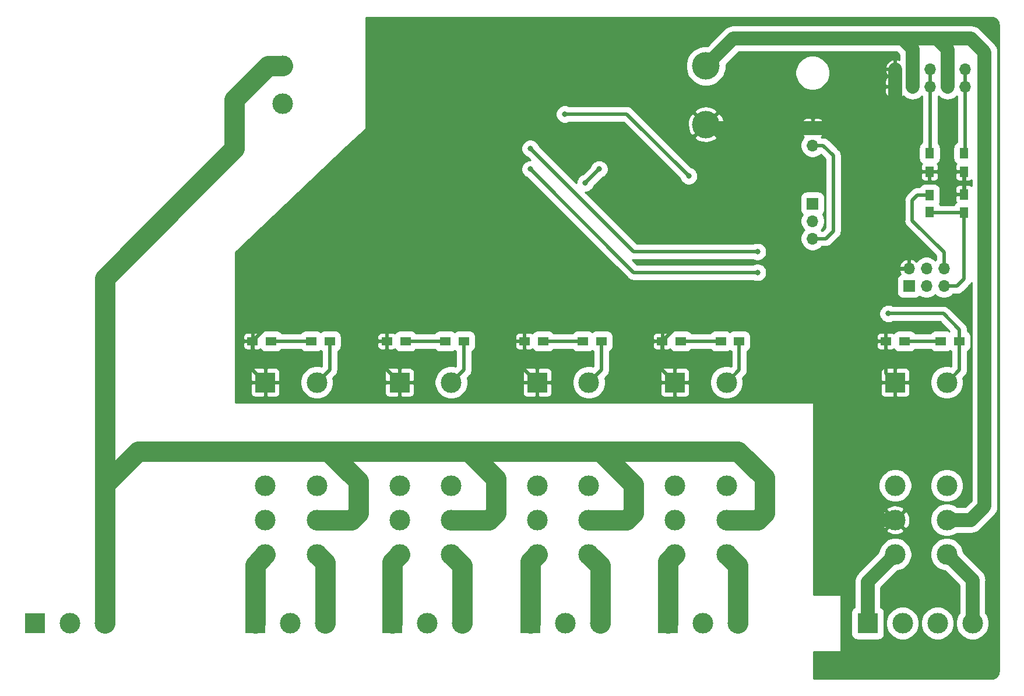
<source format=gbr>
G04 #@! TF.GenerationSoftware,KiCad,Pcbnew,(5.1.8)-1*
G04 #@! TF.CreationDate,2020-11-20T19:23:25+01:00*
G04 #@! TF.ProjectId,light-box,6c696768-742d-4626-9f78-2e6b69636164,rev?*
G04 #@! TF.SameCoordinates,Original*
G04 #@! TF.FileFunction,Copper,L1,Top*
G04 #@! TF.FilePolarity,Positive*
%FSLAX46Y46*%
G04 Gerber Fmt 4.6, Leading zero omitted, Abs format (unit mm)*
G04 Created by KiCad (PCBNEW (5.1.8)-1) date 2020-11-20 19:23:25*
%MOMM*%
%LPD*%
G01*
G04 APERTURE LIST*
G04 #@! TA.AperFunction,SMDPad,CuDef*
%ADD10R,1.250000X1.500000*%
G04 #@! TD*
G04 #@! TA.AperFunction,SMDPad,CuDef*
%ADD11R,1.500000X1.300000*%
G04 #@! TD*
G04 #@! TA.AperFunction,ComponentPad*
%ADD12R,3.000000X3.000000*%
G04 #@! TD*
G04 #@! TA.AperFunction,ComponentPad*
%ADD13C,3.000000*%
G04 #@! TD*
G04 #@! TA.AperFunction,ComponentPad*
%ADD14O,1.700000X1.700000*%
G04 #@! TD*
G04 #@! TA.AperFunction,ComponentPad*
%ADD15R,1.700000X1.700000*%
G04 #@! TD*
G04 #@! TA.AperFunction,SMDPad,CuDef*
%ADD16R,1.300000X1.500000*%
G04 #@! TD*
G04 #@! TA.AperFunction,ComponentPad*
%ADD17C,4.000000*%
G04 #@! TD*
G04 #@! TA.AperFunction,ViaPad*
%ADD18C,0.800000*%
G04 #@! TD*
G04 #@! TA.AperFunction,Conductor*
%ADD19C,2.000000*%
G04 #@! TD*
G04 #@! TA.AperFunction,Conductor*
%ADD20C,0.500000*%
G04 #@! TD*
G04 #@! TA.AperFunction,Conductor*
%ADD21C,3.000000*%
G04 #@! TD*
G04 #@! TA.AperFunction,Conductor*
%ADD22C,0.254000*%
G04 #@! TD*
G04 #@! TA.AperFunction,Conductor*
%ADD23C,0.100000*%
G04 #@! TD*
G04 APERTURE END LIST*
D10*
G04 #@! TO.P,C2,1*
G04 #@! TO.N,ISP_RES*
X208000000Y-70250000D03*
G04 #@! TO.P,C2,2*
G04 #@! TO.N,GND*
X208000000Y-67750000D03*
G04 #@! TD*
D11*
G04 #@! TO.P,D1,2*
G04 #@! TO.N,+5V*
X109650000Y-89000000D03*
G04 #@! TO.P,D1,1*
G04 #@! TO.N,Net-(D1-Pad1)*
X112350000Y-89000000D03*
G04 #@! TD*
G04 #@! TO.P,D2,1*
G04 #@! TO.N,Net-(D2-Pad1)*
X131850000Y-89000000D03*
G04 #@! TO.P,D2,2*
G04 #@! TO.N,+5V*
X129150000Y-89000000D03*
G04 #@! TD*
G04 #@! TO.P,D3,1*
G04 #@! TO.N,Net-(D3-Pad1)*
X151850000Y-89000000D03*
G04 #@! TO.P,D3,2*
G04 #@! TO.N,+5V*
X149150000Y-89000000D03*
G04 #@! TD*
G04 #@! TO.P,D4,2*
G04 #@! TO.N,+5V*
X169150000Y-89000000D03*
G04 #@! TO.P,D4,1*
G04 #@! TO.N,Net-(D4-Pad1)*
X171850000Y-89000000D03*
G04 #@! TD*
G04 #@! TO.P,D5,2*
G04 #@! TO.N,+5V*
X201650000Y-89000000D03*
G04 #@! TO.P,D5,1*
G04 #@! TO.N,Net-(D5-Pad1)*
X204350000Y-89000000D03*
G04 #@! TD*
D12*
G04 #@! TO.P,J230V1,1*
G04 #@! TO.N,NEUT*
X78000000Y-130000000D03*
D13*
G04 #@! TO.P,J230V1,2*
G04 #@! TO.N,Earth*
X83080000Y-130000000D03*
G04 #@! TO.P,J230V1,3*
G04 #@! TO.N,LINE*
X88160000Y-130000000D03*
G04 #@! TD*
D14*
G04 #@! TO.P,JBUS1,10*
G04 #@! TO.N,TWI_SCL*
X213160000Y-49460000D03*
G04 #@! TO.P,JBUS1,9*
X213160000Y-52000000D03*
G04 #@! TO.P,JBUS1,8*
G04 #@! TO.N,GND*
X210620000Y-49460000D03*
G04 #@! TO.P,JBUS1,7*
X210620000Y-52000000D03*
G04 #@! TO.P,JBUS1,6*
G04 #@! TO.N,TWI_SDA*
X208080000Y-49460000D03*
G04 #@! TO.P,JBUS1,5*
X208080000Y-52000000D03*
G04 #@! TO.P,JBUS1,4*
G04 #@! TO.N,GND*
X205540000Y-49460000D03*
G04 #@! TO.P,JBUS1,3*
X205540000Y-52000000D03*
G04 #@! TO.P,JBUS1,2*
G04 #@! TO.N,+5V*
X203000000Y-49460000D03*
D15*
G04 #@! TO.P,JBUS1,1*
X203000000Y-52000000D03*
G04 #@! TD*
D14*
G04 #@! TO.P,JDBG1,3*
G04 #@! TO.N,GND*
X191000000Y-74080000D03*
G04 #@! TO.P,JDBG1,2*
G04 #@! TO.N,DBG_TX*
X191000000Y-71540000D03*
D15*
G04 #@! TO.P,JDBG1,1*
G04 #@! TO.N,DBG_RX*
X191000000Y-69000000D03*
G04 #@! TD*
D14*
G04 #@! TO.P,JISP1,6*
G04 #@! TO.N,GND*
X210080000Y-78460000D03*
G04 #@! TO.P,JISP1,5*
G04 #@! TO.N,ISP_RES*
X210080000Y-81000000D03*
G04 #@! TO.P,JISP1,4*
G04 #@! TO.N,ISP_MISO*
X207540000Y-78460000D03*
G04 #@! TO.P,JISP1,3*
G04 #@! TO.N,ISP_SCK*
X207540000Y-81000000D03*
G04 #@! TO.P,JISP1,2*
G04 #@! TO.N,+5V*
X205000000Y-78460000D03*
D15*
G04 #@! TO.P,JISP1,1*
G04 #@! TO.N,ISP_MOSI*
X205000000Y-81000000D03*
G04 #@! TD*
D14*
G04 #@! TO.P,JPWR1,2*
G04 #@! TO.N,GND*
X191000000Y-60540000D03*
D15*
G04 #@! TO.P,JPWR1,1*
G04 #@! TO.N,+5V*
X191000000Y-58000000D03*
G04 #@! TD*
D12*
G04 #@! TO.P,JRL1,1*
G04 #@! TO.N,RL01_NEUT*
X110000000Y-130000000D03*
D13*
G04 #@! TO.P,JRL1,2*
G04 #@! TO.N,Earth*
X115080000Y-130000000D03*
G04 #@! TO.P,JRL1,3*
G04 #@! TO.N,RL01_LINE*
X120160000Y-130000000D03*
G04 #@! TD*
G04 #@! TO.P,JRL2,3*
G04 #@! TO.N,RL02_LINE*
X140080000Y-130000000D03*
G04 #@! TO.P,JRL2,2*
G04 #@! TO.N,Earth*
X135000000Y-130000000D03*
D12*
G04 #@! TO.P,JRL2,1*
G04 #@! TO.N,RL02_NEUT*
X129920000Y-130000000D03*
G04 #@! TD*
D13*
G04 #@! TO.P,JRL3,3*
G04 #@! TO.N,RL03_LINE*
X160160000Y-130000000D03*
G04 #@! TO.P,JRL3,2*
G04 #@! TO.N,Earth*
X155080000Y-130000000D03*
D12*
G04 #@! TO.P,JRL3,1*
G04 #@! TO.N,RL03_NEUT*
X150000000Y-130000000D03*
G04 #@! TD*
D13*
G04 #@! TO.P,JRL4,3*
G04 #@! TO.N,RL04_LINE*
X180160000Y-130000000D03*
G04 #@! TO.P,JRL4,2*
G04 #@! TO.N,Earth*
X175080000Y-130000000D03*
D12*
G04 #@! TO.P,JRL4,1*
G04 #@! TO.N,RL04_NEUT*
X170000000Y-130000000D03*
G04 #@! TD*
D13*
G04 #@! TO.P,JRL5,4*
G04 #@! TO.N,RL05_GND*
X214240000Y-130000000D03*
D12*
G04 #@! TO.P,JRL5,1*
G04 #@! TO.N,RL05_VCC*
X199000000Y-130000000D03*
D13*
G04 #@! TO.P,JRL5,3*
G04 #@! TO.N,ISP_SCK*
X209160000Y-130000000D03*
G04 #@! TO.P,JRL5,2*
G04 #@! TO.N,ISP_MOSI*
X204080000Y-130000000D03*
G04 #@! TD*
D11*
G04 #@! TO.P,R1,1*
G04 #@! TO.N,Net-(D1-Pad1)*
X118150000Y-89000000D03*
G04 #@! TO.P,R1,2*
G04 #@! TO.N,RL01_COIL*
X120850000Y-89000000D03*
G04 #@! TD*
G04 #@! TO.P,R2,1*
G04 #@! TO.N,Net-(D2-Pad1)*
X137650000Y-89000000D03*
G04 #@! TO.P,R2,2*
G04 #@! TO.N,RL02_COIL*
X140350000Y-89000000D03*
G04 #@! TD*
G04 #@! TO.P,R3,1*
G04 #@! TO.N,Net-(D3-Pad1)*
X157650000Y-89000000D03*
G04 #@! TO.P,R3,2*
G04 #@! TO.N,RL03_COIL*
X160350000Y-89000000D03*
G04 #@! TD*
G04 #@! TO.P,R4,1*
G04 #@! TO.N,Net-(D4-Pad1)*
X177650000Y-89000000D03*
G04 #@! TO.P,R4,2*
G04 #@! TO.N,RL04_COIL*
X180350000Y-89000000D03*
G04 #@! TD*
G04 #@! TO.P,R5,2*
G04 #@! TO.N,RL05_COIL*
X212350000Y-89000000D03*
G04 #@! TO.P,R5,1*
G04 #@! TO.N,Net-(D5-Pad1)*
X209650000Y-89000000D03*
G04 #@! TD*
D16*
G04 #@! TO.P,R6,2*
G04 #@! TO.N,ISP_RES*
X213000000Y-70350000D03*
G04 #@! TO.P,R6,1*
G04 #@! TO.N,+5V*
X213000000Y-67650000D03*
G04 #@! TD*
G04 #@! TO.P,R7,2*
G04 #@! TO.N,TWI_SCL*
X213000000Y-61650000D03*
G04 #@! TO.P,R7,1*
G04 #@! TO.N,+5V*
X213000000Y-64350000D03*
G04 #@! TD*
G04 #@! TO.P,R8,2*
G04 #@! TO.N,TWI_SDA*
X208000000Y-61650000D03*
G04 #@! TO.P,R8,1*
G04 #@! TO.N,+5V*
X208000000Y-64350000D03*
G04 #@! TD*
D13*
G04 #@! TO.P,PS1,2*
G04 #@! TO.N,LINE*
X114000000Y-49000000D03*
D17*
G04 #@! TO.P,PS1,3*
G04 #@! TO.N,GND*
X175500000Y-49000000D03*
D13*
G04 #@! TO.P,PS1,1*
G04 #@! TO.N,NEUT*
X114000000Y-54500000D03*
D17*
G04 #@! TO.P,PS1,4*
G04 #@! TO.N,+5V*
X175500000Y-57500000D03*
G04 #@! TD*
D13*
G04 #@! TO.P,RL1,7*
G04 #@! TO.N,N/C*
X119000000Y-110000000D03*
G04 #@! TO.P,RL1,5*
G04 #@! TO.N,RL01_LINE*
X119000000Y-120000000D03*
G04 #@! TO.P,RL1,6*
G04 #@! TO.N,LINE*
X119000000Y-115000000D03*
G04 #@! TO.P,RL1,2*
G04 #@! TO.N,N/C*
X111500000Y-110000000D03*
G04 #@! TO.P,RL1,4*
G04 #@! TO.N,RL01_NEUT*
X111500000Y-120000000D03*
G04 #@! TO.P,RL1,3*
G04 #@! TO.N,NEUT*
X111500000Y-115000000D03*
G04 #@! TO.P,RL1,8*
G04 #@! TO.N,RL01_COIL*
X119000000Y-95000000D03*
D12*
G04 #@! TO.P,RL1,1*
G04 #@! TO.N,+5V*
X111500000Y-95000000D03*
G04 #@! TD*
G04 #@! TO.P,RL2,1*
G04 #@! TO.N,+5V*
X131000000Y-95000000D03*
D13*
G04 #@! TO.P,RL2,8*
G04 #@! TO.N,RL02_COIL*
X138500000Y-95000000D03*
G04 #@! TO.P,RL2,3*
G04 #@! TO.N,NEUT*
X131000000Y-115000000D03*
G04 #@! TO.P,RL2,4*
G04 #@! TO.N,RL02_NEUT*
X131000000Y-120000000D03*
G04 #@! TO.P,RL2,2*
G04 #@! TO.N,N/C*
X131000000Y-110000000D03*
G04 #@! TO.P,RL2,6*
G04 #@! TO.N,LINE*
X138500000Y-115000000D03*
G04 #@! TO.P,RL2,5*
G04 #@! TO.N,RL02_LINE*
X138500000Y-120000000D03*
G04 #@! TO.P,RL2,7*
G04 #@! TO.N,N/C*
X138500000Y-110000000D03*
G04 #@! TD*
G04 #@! TO.P,RL3,7*
G04 #@! TO.N,N/C*
X158500000Y-110000000D03*
G04 #@! TO.P,RL3,5*
G04 #@! TO.N,RL03_LINE*
X158500000Y-120000000D03*
G04 #@! TO.P,RL3,6*
G04 #@! TO.N,LINE*
X158500000Y-115000000D03*
G04 #@! TO.P,RL3,2*
G04 #@! TO.N,N/C*
X151000000Y-110000000D03*
G04 #@! TO.P,RL3,4*
G04 #@! TO.N,RL03_NEUT*
X151000000Y-120000000D03*
G04 #@! TO.P,RL3,3*
G04 #@! TO.N,NEUT*
X151000000Y-115000000D03*
G04 #@! TO.P,RL3,8*
G04 #@! TO.N,RL03_COIL*
X158500000Y-95000000D03*
D12*
G04 #@! TO.P,RL3,1*
G04 #@! TO.N,+5V*
X151000000Y-95000000D03*
G04 #@! TD*
G04 #@! TO.P,RL4,1*
G04 #@! TO.N,+5V*
X171000000Y-95000000D03*
D13*
G04 #@! TO.P,RL4,8*
G04 #@! TO.N,RL04_COIL*
X178500000Y-95000000D03*
G04 #@! TO.P,RL4,3*
G04 #@! TO.N,NEUT*
X171000000Y-115000000D03*
G04 #@! TO.P,RL4,4*
G04 #@! TO.N,RL04_NEUT*
X171000000Y-120000000D03*
G04 #@! TO.P,RL4,2*
G04 #@! TO.N,N/C*
X171000000Y-110000000D03*
G04 #@! TO.P,RL4,6*
G04 #@! TO.N,LINE*
X178500000Y-115000000D03*
G04 #@! TO.P,RL4,5*
G04 #@! TO.N,RL04_LINE*
X178500000Y-120000000D03*
G04 #@! TO.P,RL4,7*
G04 #@! TO.N,N/C*
X178500000Y-110000000D03*
G04 #@! TD*
G04 #@! TO.P,RL5,7*
G04 #@! TO.N,N/C*
X210500000Y-110000000D03*
G04 #@! TO.P,RL5,5*
G04 #@! TO.N,RL05_GND*
X210500000Y-120000000D03*
G04 #@! TO.P,RL5,6*
G04 #@! TO.N,GND*
X210500000Y-115000000D03*
G04 #@! TO.P,RL5,2*
G04 #@! TO.N,N/C*
X203000000Y-110000000D03*
G04 #@! TO.P,RL5,4*
G04 #@! TO.N,RL05_VCC*
X203000000Y-120000000D03*
G04 #@! TO.P,RL5,3*
G04 #@! TO.N,+5V*
X203000000Y-115000000D03*
G04 #@! TO.P,RL5,8*
G04 #@! TO.N,RL05_COIL*
X210500000Y-95000000D03*
D12*
G04 #@! TO.P,RL5,1*
G04 #@! TO.N,+5V*
X203000000Y-95000000D03*
G04 #@! TD*
D18*
G04 #@! TO.N,GND*
X158000000Y-66000000D03*
X160000000Y-64000000D03*
G04 #@! TO.N,ISP_MISO*
X183000000Y-76000000D03*
X150000000Y-61000000D03*
G04 #@! TO.N,ISP_SCK*
X155000000Y-56000000D03*
X173000000Y-65000000D03*
G04 #@! TO.N,ISP_MOSI*
X183000000Y-79000000D03*
X150000000Y-64000000D03*
G04 #@! TO.N,RL05_COIL*
X202000000Y-85000000D03*
G04 #@! TD*
D19*
G04 #@! TO.N,GND*
X205540000Y-49460000D02*
X205540000Y-52000000D01*
X210620000Y-52000000D02*
X210620000Y-49460000D01*
X216000000Y-76000000D02*
X216000000Y-109500000D01*
X216000000Y-66000000D02*
X216000000Y-76000000D01*
D20*
X158000000Y-66000000D02*
X160000000Y-64000000D01*
D19*
X216000000Y-47000000D02*
X216000000Y-49000000D01*
X216000000Y-49000000D02*
X216000000Y-66000000D01*
X214000000Y-45000000D02*
X216000000Y-47000000D01*
X175500000Y-49000000D02*
X179500000Y-45000000D01*
X205540000Y-46540000D02*
X204000000Y-45000000D01*
X205540000Y-49460000D02*
X205540000Y-46540000D01*
X179500000Y-45000000D02*
X204000000Y-45000000D01*
X210620000Y-46620000D02*
X209000000Y-45000000D01*
X204000000Y-45000000D02*
X209000000Y-45000000D01*
X210620000Y-49460000D02*
X210620000Y-46620000D01*
X209000000Y-45000000D02*
X214000000Y-45000000D01*
X210500000Y-115000000D02*
X214000000Y-115000000D01*
X216000000Y-113000000D02*
X216000000Y-109500000D01*
X214000000Y-115000000D02*
X216000000Y-113000000D01*
D20*
X192920000Y-74080000D02*
X191000000Y-74080000D01*
X194000000Y-73000000D02*
X192920000Y-74080000D01*
X194000000Y-62000000D02*
X194000000Y-73000000D01*
X191000000Y-60540000D02*
X192540000Y-60540000D01*
X192540000Y-60540000D02*
X194000000Y-62000000D01*
X210080000Y-76080000D02*
X210080000Y-78460000D01*
X205500000Y-71500000D02*
X210080000Y-76080000D01*
X205500000Y-68500000D02*
X205500000Y-71500000D01*
X206250000Y-67750000D02*
X205500000Y-68500000D01*
X208000000Y-67750000D02*
X206250000Y-67750000D01*
G04 #@! TO.N,ISP_RES*
X213000000Y-70250000D02*
X213000000Y-80000000D01*
X212000000Y-81000000D02*
X210080000Y-81000000D01*
X213000000Y-80000000D02*
X212000000Y-81000000D01*
X208100000Y-70350000D02*
X208000000Y-70250000D01*
X213000000Y-70350000D02*
X208100000Y-70350000D01*
D19*
G04 #@! TO.N,+5V*
X203000000Y-52000000D02*
X203000000Y-49460000D01*
X203000000Y-52000000D02*
X203000000Y-55000000D01*
X203000000Y-55000000D02*
X200000000Y-58000000D01*
D20*
X109650000Y-93150000D02*
X111500000Y-95000000D01*
X109650000Y-89000000D02*
X109650000Y-93150000D01*
X129150000Y-93150000D02*
X131000000Y-95000000D01*
X129150000Y-89000000D02*
X129150000Y-93150000D01*
X149150000Y-93150000D02*
X151000000Y-95000000D01*
X149150000Y-89000000D02*
X149150000Y-93150000D01*
X169150000Y-93150000D02*
X171000000Y-95000000D01*
X169150000Y-89000000D02*
X169150000Y-93150000D01*
X201650000Y-93650000D02*
X203000000Y-95000000D01*
X201650000Y-89000000D02*
X201650000Y-93650000D01*
X109650000Y-89000000D02*
X112575000Y-86075000D01*
X172075000Y-86075000D02*
X169150000Y-89000000D01*
X129150000Y-87850000D02*
X130925000Y-86075000D01*
X129150000Y-89000000D02*
X129150000Y-87850000D01*
X112575000Y-86075000D02*
X130925000Y-86075000D01*
X149150000Y-89000000D02*
X149150000Y-87850000D01*
X149150000Y-87850000D02*
X150925000Y-86075000D01*
X130925000Y-86075000D02*
X150925000Y-86075000D01*
X150925000Y-86075000D02*
X172075000Y-86075000D01*
X213000000Y-64350000D02*
X208000000Y-64350000D01*
X200000000Y-89000000D02*
X198000000Y-87000000D01*
X201650000Y-89000000D02*
X200000000Y-89000000D01*
D19*
X198000000Y-110000000D02*
X198000000Y-87000000D01*
X198000000Y-87000000D02*
X198000000Y-83599998D01*
X176000000Y-58000000D02*
X175500000Y-57500000D01*
X191000000Y-58000000D02*
X176000000Y-58000000D01*
D20*
X208000000Y-64350000D02*
X205350000Y-64350000D01*
D19*
X203000000Y-115000000D02*
X200000000Y-115000000D01*
X198000000Y-113000000D02*
X198000000Y-110000000D01*
X200000000Y-115000000D02*
X198000000Y-113000000D01*
X198000000Y-61000000D02*
X195000000Y-58000000D01*
X195000000Y-58000000D02*
X191000000Y-58000000D01*
X200000000Y-58000000D02*
X195000000Y-58000000D01*
D20*
X201350000Y-64350000D02*
X198000000Y-61000000D01*
X205350000Y-64350000D02*
X201350000Y-64350000D01*
X201460000Y-78460000D02*
X198000000Y-75000000D01*
X205000000Y-78460000D02*
X201460000Y-78460000D01*
D19*
X198000000Y-83599998D02*
X198000000Y-75000000D01*
X198000000Y-75000000D02*
X198000000Y-61000000D01*
D20*
X213000000Y-64350000D02*
X213000000Y-67650000D01*
X195524998Y-86075000D02*
X198000000Y-83599998D01*
X172075000Y-86075000D02*
X195524998Y-86075000D01*
G04 #@! TO.N,Net-(D1-Pad1)*
X118150000Y-89000000D02*
X112350000Y-89000000D01*
G04 #@! TO.N,Net-(D2-Pad1)*
X137650000Y-89000000D02*
X131850000Y-89000000D01*
G04 #@! TO.N,Net-(D3-Pad1)*
X157650000Y-89000000D02*
X151850000Y-89000000D01*
G04 #@! TO.N,Net-(D4-Pad1)*
X177650000Y-89000000D02*
X171850000Y-89000000D01*
G04 #@! TO.N,Net-(D5-Pad1)*
X204350000Y-89000000D02*
X209650000Y-89000000D01*
D21*
G04 #@! TO.N,LINE*
X88160000Y-130000000D02*
X88160000Y-109840000D01*
X88160000Y-109840000D02*
X93000000Y-105000000D01*
X121400001Y-104999999D02*
X140999999Y-104999999D01*
X140999999Y-104999999D02*
X160160001Y-104999999D01*
X101000000Y-67000000D02*
X107000000Y-61000000D01*
X107000000Y-53878680D02*
X107000000Y-61000000D01*
X111878680Y-49000000D02*
X107000000Y-53878680D01*
X114000000Y-49000000D02*
X111878680Y-49000000D01*
X88160000Y-79840000D02*
X101000000Y-67000000D01*
X88160000Y-109840000D02*
X88160000Y-79840000D01*
X138500000Y-115000000D02*
X144000000Y-115000000D01*
X144000000Y-115000000D02*
X145000000Y-114000000D01*
X145000000Y-109000000D02*
X140999999Y-104999999D01*
X145000000Y-114000000D02*
X145000000Y-109000000D01*
X119000000Y-115000000D02*
X124000000Y-115000000D01*
X124000000Y-115000000D02*
X125000000Y-114000000D01*
X120660002Y-105000000D02*
X120000000Y-105000000D01*
X125000000Y-109339998D02*
X120660002Y-105000000D01*
X125000000Y-114000000D02*
X125000000Y-109339998D01*
X93000000Y-105000000D02*
X120000000Y-105000000D01*
X120000000Y-105000000D02*
X121400001Y-104999999D01*
X178500000Y-115000000D02*
X183000000Y-115000000D01*
X183000000Y-115000000D02*
X184000000Y-114000000D01*
X180160001Y-104999999D02*
X160160001Y-104999999D01*
X184000000Y-108839998D02*
X180160001Y-104999999D01*
X184000000Y-114000000D02*
X184000000Y-108839998D01*
X158500000Y-115000000D02*
X164000000Y-115000000D01*
X164000000Y-115000000D02*
X165000000Y-114000000D01*
X165000000Y-109839998D02*
X160160001Y-104999999D01*
X165000000Y-114000000D02*
X165000000Y-109839998D01*
D20*
G04 #@! TO.N,TWI_SCL*
X213160000Y-61490000D02*
X213000000Y-61650000D01*
X213160000Y-52000000D02*
X213160000Y-61490000D01*
X213160000Y-52000000D02*
X213160000Y-49460000D01*
G04 #@! TO.N,TWI_SDA*
X208080000Y-61570000D02*
X208000000Y-61650000D01*
X208080000Y-52000000D02*
X208080000Y-61570000D01*
X208080000Y-52000000D02*
X208080000Y-49460000D01*
G04 #@! TO.N,ISP_MISO*
X150000000Y-61000000D02*
X165000000Y-76000000D01*
X165000000Y-76000000D02*
X173000000Y-76000000D01*
X173000000Y-76000000D02*
X183000000Y-76000000D01*
G04 #@! TO.N,ISP_SCK*
X164000000Y-56000000D02*
X173000000Y-65000000D01*
X155000000Y-56000000D02*
X164000000Y-56000000D01*
G04 #@! TO.N,ISP_MOSI*
X150000000Y-64000000D02*
X165000000Y-79000000D01*
X165000000Y-79000000D02*
X173000000Y-79000000D01*
X173000000Y-79000000D02*
X183000000Y-79000000D01*
D21*
G04 #@! TO.N,RL01_NEUT*
X110000000Y-121500000D02*
X111500000Y-120000000D01*
X110000000Y-130000000D02*
X110000000Y-121500000D01*
G04 #@! TO.N,RL01_LINE*
X120160000Y-121160000D02*
X119000000Y-120000000D01*
X120160000Y-130000000D02*
X120160000Y-121160000D01*
G04 #@! TO.N,RL02_LINE*
X140080000Y-121580000D02*
X138500000Y-120000000D01*
X140080000Y-130000000D02*
X140080000Y-121580000D01*
G04 #@! TO.N,RL02_NEUT*
X129920000Y-121080000D02*
X131000000Y-120000000D01*
X129920000Y-130000000D02*
X129920000Y-121080000D01*
G04 #@! TO.N,RL03_LINE*
X160160000Y-121660000D02*
X158500000Y-120000000D01*
X160160000Y-130000000D02*
X160160000Y-121660000D01*
G04 #@! TO.N,RL03_NEUT*
X150000000Y-121000000D02*
X151000000Y-120000000D01*
X150000000Y-130000000D02*
X150000000Y-121000000D01*
G04 #@! TO.N,RL04_LINE*
X180160000Y-121660000D02*
X178500000Y-120000000D01*
X180160000Y-130000000D02*
X180160000Y-121660000D01*
G04 #@! TO.N,RL04_NEUT*
X170000000Y-121000000D02*
X171000000Y-120000000D01*
X170000000Y-130000000D02*
X170000000Y-121000000D01*
D19*
G04 #@! TO.N,RL05_GND*
X214240000Y-123740000D02*
X210500000Y-120000000D01*
X214240000Y-130000000D02*
X214240000Y-123740000D01*
G04 #@! TO.N,RL05_VCC*
X199000000Y-124000000D02*
X203000000Y-120000000D01*
X199000000Y-130000000D02*
X199000000Y-124000000D01*
D20*
G04 #@! TO.N,RL01_COIL*
X120850000Y-93150000D02*
X119000000Y-95000000D01*
X120850000Y-89000000D02*
X120850000Y-93150000D01*
G04 #@! TO.N,RL02_COIL*
X140350000Y-93150000D02*
X138500000Y-95000000D01*
X140350000Y-89000000D02*
X140350000Y-93150000D01*
G04 #@! TO.N,RL03_COIL*
X160350000Y-93150000D02*
X158500000Y-95000000D01*
X160350000Y-89000000D02*
X160350000Y-93150000D01*
G04 #@! TO.N,RL04_COIL*
X180350000Y-93150000D02*
X178500000Y-95000000D01*
X180350000Y-89000000D02*
X180350000Y-93150000D01*
G04 #@! TO.N,RL05_COIL*
X212350000Y-93150000D02*
X210500000Y-95000000D01*
X212350000Y-89000000D02*
X212350000Y-93150000D01*
X208350000Y-85000000D02*
X202000000Y-85000000D01*
X212350000Y-89000000D02*
X212350000Y-87350000D01*
X210000000Y-85000000D02*
X208350000Y-85000000D01*
X212350000Y-87350000D02*
X210000000Y-85000000D01*
G04 #@! TD*
D22*
G04 #@! TO.N,+5V*
X217202670Y-41976437D02*
X217397620Y-42035296D01*
X217577426Y-42130900D01*
X217735240Y-42259610D01*
X217865046Y-42416519D01*
X217961904Y-42595654D01*
X218022122Y-42790187D01*
X218048001Y-43036407D01*
X218048000Y-136953443D01*
X218023563Y-137202672D01*
X217964705Y-137397619D01*
X217869098Y-137577429D01*
X217740390Y-137735240D01*
X217583480Y-137865047D01*
X217404346Y-137961904D01*
X217209813Y-138022122D01*
X216963602Y-138048000D01*
X191127000Y-138048000D01*
X191127000Y-134127000D01*
X195000000Y-134127000D01*
X195024776Y-134124560D01*
X195048601Y-134117333D01*
X195070557Y-134105597D01*
X195089803Y-134089803D01*
X195105597Y-134070557D01*
X195117333Y-134048601D01*
X195124560Y-134024776D01*
X195127000Y-134000000D01*
X195127000Y-128500000D01*
X196568515Y-128500000D01*
X196568515Y-131500000D01*
X196586413Y-131681724D01*
X196639420Y-131856464D01*
X196725499Y-132017505D01*
X196841341Y-132158659D01*
X196982495Y-132274501D01*
X197143536Y-132360580D01*
X197318276Y-132413587D01*
X197500000Y-132431485D01*
X200500000Y-132431485D01*
X200681724Y-132413587D01*
X200856464Y-132360580D01*
X201017505Y-132274501D01*
X201158659Y-132158659D01*
X201274501Y-132017505D01*
X201360580Y-131856464D01*
X201413587Y-131681724D01*
X201431485Y-131500000D01*
X201431485Y-129760961D01*
X201653000Y-129760961D01*
X201653000Y-130239039D01*
X201746268Y-130707930D01*
X201929221Y-131149615D01*
X202194826Y-131547122D01*
X202532878Y-131885174D01*
X202930385Y-132150779D01*
X203372070Y-132333732D01*
X203840961Y-132427000D01*
X204319039Y-132427000D01*
X204787930Y-132333732D01*
X205229615Y-132150779D01*
X205627122Y-131885174D01*
X205965174Y-131547122D01*
X206230779Y-131149615D01*
X206413732Y-130707930D01*
X206507000Y-130239039D01*
X206507000Y-129760961D01*
X206733000Y-129760961D01*
X206733000Y-130239039D01*
X206826268Y-130707930D01*
X207009221Y-131149615D01*
X207274826Y-131547122D01*
X207612878Y-131885174D01*
X208010385Y-132150779D01*
X208452070Y-132333732D01*
X208920961Y-132427000D01*
X209399039Y-132427000D01*
X209867930Y-132333732D01*
X210309615Y-132150779D01*
X210707122Y-131885174D01*
X211045174Y-131547122D01*
X211310779Y-131149615D01*
X211493732Y-130707930D01*
X211587000Y-130239039D01*
X211587000Y-129760961D01*
X211493732Y-129292070D01*
X211310779Y-128850385D01*
X211045174Y-128452878D01*
X210707122Y-128114826D01*
X210309615Y-127849221D01*
X209867930Y-127666268D01*
X209399039Y-127573000D01*
X208920961Y-127573000D01*
X208452070Y-127666268D01*
X208010385Y-127849221D01*
X207612878Y-128114826D01*
X207274826Y-128452878D01*
X207009221Y-128850385D01*
X206826268Y-129292070D01*
X206733000Y-129760961D01*
X206507000Y-129760961D01*
X206413732Y-129292070D01*
X206230779Y-128850385D01*
X205965174Y-128452878D01*
X205627122Y-128114826D01*
X205229615Y-127849221D01*
X204787930Y-127666268D01*
X204319039Y-127573000D01*
X203840961Y-127573000D01*
X203372070Y-127666268D01*
X202930385Y-127849221D01*
X202532878Y-128114826D01*
X202194826Y-128452878D01*
X201929221Y-128850385D01*
X201746268Y-129292070D01*
X201653000Y-129760961D01*
X201431485Y-129760961D01*
X201431485Y-128500000D01*
X201413587Y-128318276D01*
X201360580Y-128143536D01*
X201274501Y-127982495D01*
X201158659Y-127841341D01*
X201017505Y-127725499D01*
X200927000Y-127677123D01*
X200927000Y-124798189D01*
X203312876Y-122412313D01*
X203707930Y-122333732D01*
X204149615Y-122150779D01*
X204547122Y-121885174D01*
X204885174Y-121547122D01*
X205150779Y-121149615D01*
X205333732Y-120707930D01*
X205427000Y-120239039D01*
X205427000Y-119760961D01*
X208073000Y-119760961D01*
X208073000Y-120239039D01*
X208166268Y-120707930D01*
X208349221Y-121149615D01*
X208614826Y-121547122D01*
X208952878Y-121885174D01*
X209350385Y-122150779D01*
X209792070Y-122333732D01*
X210187124Y-122412313D01*
X212313001Y-124538191D01*
X212313000Y-128515475D01*
X212089221Y-128850385D01*
X211906268Y-129292070D01*
X211813000Y-129760961D01*
X211813000Y-130239039D01*
X211906268Y-130707930D01*
X212089221Y-131149615D01*
X212354826Y-131547122D01*
X212692878Y-131885174D01*
X213090385Y-132150779D01*
X213532070Y-132333732D01*
X214000961Y-132427000D01*
X214479039Y-132427000D01*
X214947930Y-132333732D01*
X215389615Y-132150779D01*
X215787122Y-131885174D01*
X216125174Y-131547122D01*
X216390779Y-131149615D01*
X216573732Y-130707930D01*
X216667000Y-130239039D01*
X216667000Y-129760961D01*
X216573732Y-129292070D01*
X216390779Y-128850385D01*
X216167000Y-128515475D01*
X216167000Y-123834658D01*
X216176323Y-123740000D01*
X216139117Y-123362241D01*
X216028929Y-122999001D01*
X215849993Y-122664236D01*
X215669528Y-122444338D01*
X215669525Y-122444335D01*
X215609187Y-122370813D01*
X215535665Y-122310475D01*
X212912313Y-119687124D01*
X212833732Y-119292070D01*
X212650779Y-118850385D01*
X212385174Y-118452878D01*
X212047122Y-118114826D01*
X211649615Y-117849221D01*
X211207930Y-117666268D01*
X210739039Y-117573000D01*
X210260961Y-117573000D01*
X209792070Y-117666268D01*
X209350385Y-117849221D01*
X208952878Y-118114826D01*
X208614826Y-118452878D01*
X208349221Y-118850385D01*
X208166268Y-119292070D01*
X208073000Y-119760961D01*
X205427000Y-119760961D01*
X205333732Y-119292070D01*
X205150779Y-118850385D01*
X204885174Y-118452878D01*
X204547122Y-118114826D01*
X204149615Y-117849221D01*
X203707930Y-117666268D01*
X203239039Y-117573000D01*
X202760961Y-117573000D01*
X202292070Y-117666268D01*
X201850385Y-117849221D01*
X201452878Y-118114826D01*
X201114826Y-118452878D01*
X200849221Y-118850385D01*
X200666268Y-119292070D01*
X200587687Y-119687124D01*
X197704336Y-122570475D01*
X197630814Y-122630813D01*
X197570476Y-122704335D01*
X197570472Y-122704339D01*
X197390007Y-122924237D01*
X197211071Y-123259002D01*
X197100884Y-123622242D01*
X197063678Y-124000000D01*
X197073001Y-124094657D01*
X197073000Y-127677122D01*
X196982495Y-127725499D01*
X196841341Y-127841341D01*
X196725499Y-127982495D01*
X196639420Y-128143536D01*
X196586413Y-128318276D01*
X196568515Y-128500000D01*
X195127000Y-128500000D01*
X195127000Y-126000000D01*
X195124560Y-125975224D01*
X195117333Y-125951399D01*
X195105597Y-125929443D01*
X195089803Y-125910197D01*
X195070557Y-125894403D01*
X195048601Y-125882667D01*
X195024776Y-125875440D01*
X195000000Y-125873000D01*
X191127000Y-125873000D01*
X191127000Y-116491653D01*
X201687952Y-116491653D01*
X201843962Y-116807214D01*
X202218745Y-116998020D01*
X202623551Y-117112044D01*
X203042824Y-117144902D01*
X203460451Y-117095334D01*
X203860383Y-116965243D01*
X204156038Y-116807214D01*
X204312048Y-116491653D01*
X203000000Y-115179605D01*
X201687952Y-116491653D01*
X191127000Y-116491653D01*
X191127000Y-115042824D01*
X200855098Y-115042824D01*
X200904666Y-115460451D01*
X201034757Y-115860383D01*
X201192786Y-116156038D01*
X201508347Y-116312048D01*
X202820395Y-115000000D01*
X203179605Y-115000000D01*
X204491653Y-116312048D01*
X204807214Y-116156038D01*
X204998020Y-115781255D01*
X205112044Y-115376449D01*
X205144902Y-114957176D01*
X205095334Y-114539549D01*
X204965243Y-114139617D01*
X204807214Y-113843962D01*
X204491653Y-113687952D01*
X203179605Y-115000000D01*
X202820395Y-115000000D01*
X201508347Y-113687952D01*
X201192786Y-113843962D01*
X201001980Y-114218745D01*
X200887956Y-114623551D01*
X200855098Y-115042824D01*
X191127000Y-115042824D01*
X191127000Y-113508347D01*
X201687952Y-113508347D01*
X203000000Y-114820395D01*
X204312048Y-113508347D01*
X204156038Y-113192786D01*
X203781255Y-113001980D01*
X203376449Y-112887956D01*
X202957176Y-112855098D01*
X202539549Y-112904666D01*
X202139617Y-113034757D01*
X201843962Y-113192786D01*
X201687952Y-113508347D01*
X191127000Y-113508347D01*
X191127000Y-109760961D01*
X200573000Y-109760961D01*
X200573000Y-110239039D01*
X200666268Y-110707930D01*
X200849221Y-111149615D01*
X201114826Y-111547122D01*
X201452878Y-111885174D01*
X201850385Y-112150779D01*
X202292070Y-112333732D01*
X202760961Y-112427000D01*
X203239039Y-112427000D01*
X203707930Y-112333732D01*
X204149615Y-112150779D01*
X204547122Y-111885174D01*
X204885174Y-111547122D01*
X205150779Y-111149615D01*
X205333732Y-110707930D01*
X205427000Y-110239039D01*
X205427000Y-109760961D01*
X208073000Y-109760961D01*
X208073000Y-110239039D01*
X208166268Y-110707930D01*
X208349221Y-111149615D01*
X208614826Y-111547122D01*
X208952878Y-111885174D01*
X209350385Y-112150779D01*
X209792070Y-112333732D01*
X210260961Y-112427000D01*
X210739039Y-112427000D01*
X211207930Y-112333732D01*
X211649615Y-112150779D01*
X212047122Y-111885174D01*
X212385174Y-111547122D01*
X212650779Y-111149615D01*
X212833732Y-110707930D01*
X212927000Y-110239039D01*
X212927000Y-109760961D01*
X212833732Y-109292070D01*
X212650779Y-108850385D01*
X212385174Y-108452878D01*
X212047122Y-108114826D01*
X211649615Y-107849221D01*
X211207930Y-107666268D01*
X210739039Y-107573000D01*
X210260961Y-107573000D01*
X209792070Y-107666268D01*
X209350385Y-107849221D01*
X208952878Y-108114826D01*
X208614826Y-108452878D01*
X208349221Y-108850385D01*
X208166268Y-109292070D01*
X208073000Y-109760961D01*
X205427000Y-109760961D01*
X205333732Y-109292070D01*
X205150779Y-108850385D01*
X204885174Y-108452878D01*
X204547122Y-108114826D01*
X204149615Y-107849221D01*
X203707930Y-107666268D01*
X203239039Y-107573000D01*
X202760961Y-107573000D01*
X202292070Y-107666268D01*
X201850385Y-107849221D01*
X201452878Y-108114826D01*
X201114826Y-108452878D01*
X200849221Y-108850385D01*
X200666268Y-109292070D01*
X200573000Y-109760961D01*
X191127000Y-109760961D01*
X191127000Y-98000000D01*
X191124560Y-97975224D01*
X191117333Y-97951399D01*
X191105597Y-97929443D01*
X191089803Y-97910197D01*
X191070557Y-97894403D01*
X191048601Y-97882667D01*
X191024776Y-97875440D01*
X191000000Y-97873000D01*
X107127000Y-97873000D01*
X107127000Y-96500000D01*
X109361928Y-96500000D01*
X109374188Y-96624482D01*
X109410498Y-96744180D01*
X109469463Y-96854494D01*
X109548815Y-96951185D01*
X109645506Y-97030537D01*
X109755820Y-97089502D01*
X109875518Y-97125812D01*
X110000000Y-97138072D01*
X111214250Y-97135000D01*
X111373000Y-96976250D01*
X111373000Y-95127000D01*
X111627000Y-95127000D01*
X111627000Y-96976250D01*
X111785750Y-97135000D01*
X113000000Y-97138072D01*
X113124482Y-97125812D01*
X113244180Y-97089502D01*
X113354494Y-97030537D01*
X113451185Y-96951185D01*
X113530537Y-96854494D01*
X113589502Y-96744180D01*
X113625812Y-96624482D01*
X113638072Y-96500000D01*
X113635000Y-95285750D01*
X113476250Y-95127000D01*
X111627000Y-95127000D01*
X111373000Y-95127000D01*
X109523750Y-95127000D01*
X109365000Y-95285750D01*
X109361928Y-96500000D01*
X107127000Y-96500000D01*
X107127000Y-93500000D01*
X109361928Y-93500000D01*
X109365000Y-94714250D01*
X109523750Y-94873000D01*
X111373000Y-94873000D01*
X111373000Y-93023750D01*
X111627000Y-93023750D01*
X111627000Y-94873000D01*
X113476250Y-94873000D01*
X113635000Y-94714250D01*
X113638072Y-93500000D01*
X113625812Y-93375518D01*
X113589502Y-93255820D01*
X113530537Y-93145506D01*
X113451185Y-93048815D01*
X113354494Y-92969463D01*
X113244180Y-92910498D01*
X113124482Y-92874188D01*
X113000000Y-92861928D01*
X111785750Y-92865000D01*
X111627000Y-93023750D01*
X111373000Y-93023750D01*
X111214250Y-92865000D01*
X110000000Y-92861928D01*
X109875518Y-92874188D01*
X109755820Y-92910498D01*
X109645506Y-92969463D01*
X109548815Y-93048815D01*
X109469463Y-93145506D01*
X109410498Y-93255820D01*
X109374188Y-93375518D01*
X109361928Y-93500000D01*
X107127000Y-93500000D01*
X107127000Y-89650000D01*
X108261928Y-89650000D01*
X108274188Y-89774482D01*
X108310498Y-89894180D01*
X108369463Y-90004494D01*
X108448815Y-90101185D01*
X108545506Y-90180537D01*
X108655820Y-90239502D01*
X108775518Y-90275812D01*
X108900000Y-90288072D01*
X109364250Y-90285000D01*
X109523000Y-90126250D01*
X109523000Y-89127000D01*
X108423750Y-89127000D01*
X108265000Y-89285750D01*
X108261928Y-89650000D01*
X107127000Y-89650000D01*
X107127000Y-88350000D01*
X108261928Y-88350000D01*
X108265000Y-88714250D01*
X108423750Y-88873000D01*
X109523000Y-88873000D01*
X109523000Y-87873750D01*
X109777000Y-87873750D01*
X109777000Y-88873000D01*
X109797000Y-88873000D01*
X109797000Y-89127000D01*
X109777000Y-89127000D01*
X109777000Y-90126250D01*
X109935750Y-90285000D01*
X110400000Y-90288072D01*
X110524482Y-90275812D01*
X110644180Y-90239502D01*
X110754494Y-90180537D01*
X110808691Y-90136059D01*
X110825499Y-90167505D01*
X110941341Y-90308659D01*
X111082495Y-90424501D01*
X111243536Y-90510580D01*
X111418276Y-90563587D01*
X111600000Y-90581485D01*
X113100000Y-90581485D01*
X113281724Y-90563587D01*
X113456464Y-90510580D01*
X113617505Y-90424501D01*
X113758659Y-90308659D01*
X113866709Y-90177000D01*
X116633291Y-90177000D01*
X116741341Y-90308659D01*
X116882495Y-90424501D01*
X117043536Y-90510580D01*
X117218276Y-90563587D01*
X117400000Y-90581485D01*
X118900000Y-90581485D01*
X119081724Y-90563587D01*
X119256464Y-90510580D01*
X119417505Y-90424501D01*
X119500000Y-90356799D01*
X119582495Y-90424501D01*
X119673000Y-90472878D01*
X119673001Y-92659320D01*
X119239039Y-92573000D01*
X118760961Y-92573000D01*
X118292070Y-92666268D01*
X117850385Y-92849221D01*
X117452878Y-93114826D01*
X117114826Y-93452878D01*
X116849221Y-93850385D01*
X116666268Y-94292070D01*
X116573000Y-94760961D01*
X116573000Y-95239039D01*
X116666268Y-95707930D01*
X116849221Y-96149615D01*
X117114826Y-96547122D01*
X117452878Y-96885174D01*
X117850385Y-97150779D01*
X118292070Y-97333732D01*
X118760961Y-97427000D01*
X119239039Y-97427000D01*
X119707930Y-97333732D01*
X120149615Y-97150779D01*
X120547122Y-96885174D01*
X120885174Y-96547122D01*
X120916659Y-96500000D01*
X128861928Y-96500000D01*
X128874188Y-96624482D01*
X128910498Y-96744180D01*
X128969463Y-96854494D01*
X129048815Y-96951185D01*
X129145506Y-97030537D01*
X129255820Y-97089502D01*
X129375518Y-97125812D01*
X129500000Y-97138072D01*
X130714250Y-97135000D01*
X130873000Y-96976250D01*
X130873000Y-95127000D01*
X131127000Y-95127000D01*
X131127000Y-96976250D01*
X131285750Y-97135000D01*
X132500000Y-97138072D01*
X132624482Y-97125812D01*
X132744180Y-97089502D01*
X132854494Y-97030537D01*
X132951185Y-96951185D01*
X133030537Y-96854494D01*
X133089502Y-96744180D01*
X133125812Y-96624482D01*
X133138072Y-96500000D01*
X133135000Y-95285750D01*
X132976250Y-95127000D01*
X131127000Y-95127000D01*
X130873000Y-95127000D01*
X129023750Y-95127000D01*
X128865000Y-95285750D01*
X128861928Y-96500000D01*
X120916659Y-96500000D01*
X121150779Y-96149615D01*
X121333732Y-95707930D01*
X121427000Y-95239039D01*
X121427000Y-94760961D01*
X121340157Y-94324372D01*
X121641382Y-94023147D01*
X121686291Y-93986291D01*
X121833374Y-93807070D01*
X121942667Y-93602597D01*
X121973789Y-93500000D01*
X128861928Y-93500000D01*
X128865000Y-94714250D01*
X129023750Y-94873000D01*
X130873000Y-94873000D01*
X130873000Y-93023750D01*
X131127000Y-93023750D01*
X131127000Y-94873000D01*
X132976250Y-94873000D01*
X133135000Y-94714250D01*
X133138072Y-93500000D01*
X133125812Y-93375518D01*
X133089502Y-93255820D01*
X133030537Y-93145506D01*
X132951185Y-93048815D01*
X132854494Y-92969463D01*
X132744180Y-92910498D01*
X132624482Y-92874188D01*
X132500000Y-92861928D01*
X131285750Y-92865000D01*
X131127000Y-93023750D01*
X130873000Y-93023750D01*
X130714250Y-92865000D01*
X129500000Y-92861928D01*
X129375518Y-92874188D01*
X129255820Y-92910498D01*
X129145506Y-92969463D01*
X129048815Y-93048815D01*
X128969463Y-93145506D01*
X128910498Y-93255820D01*
X128874188Y-93375518D01*
X128861928Y-93500000D01*
X121973789Y-93500000D01*
X122009969Y-93380732D01*
X122027000Y-93207812D01*
X122032694Y-93150001D01*
X122027000Y-93092189D01*
X122027000Y-90472877D01*
X122117505Y-90424501D01*
X122258659Y-90308659D01*
X122374501Y-90167505D01*
X122460580Y-90006464D01*
X122513587Y-89831724D01*
X122531485Y-89650000D01*
X127761928Y-89650000D01*
X127774188Y-89774482D01*
X127810498Y-89894180D01*
X127869463Y-90004494D01*
X127948815Y-90101185D01*
X128045506Y-90180537D01*
X128155820Y-90239502D01*
X128275518Y-90275812D01*
X128400000Y-90288072D01*
X128864250Y-90285000D01*
X129023000Y-90126250D01*
X129023000Y-89127000D01*
X127923750Y-89127000D01*
X127765000Y-89285750D01*
X127761928Y-89650000D01*
X122531485Y-89650000D01*
X122531485Y-88350000D01*
X127761928Y-88350000D01*
X127765000Y-88714250D01*
X127923750Y-88873000D01*
X129023000Y-88873000D01*
X129023000Y-87873750D01*
X129277000Y-87873750D01*
X129277000Y-88873000D01*
X129297000Y-88873000D01*
X129297000Y-89127000D01*
X129277000Y-89127000D01*
X129277000Y-90126250D01*
X129435750Y-90285000D01*
X129900000Y-90288072D01*
X130024482Y-90275812D01*
X130144180Y-90239502D01*
X130254494Y-90180537D01*
X130308691Y-90136059D01*
X130325499Y-90167505D01*
X130441341Y-90308659D01*
X130582495Y-90424501D01*
X130743536Y-90510580D01*
X130918276Y-90563587D01*
X131100000Y-90581485D01*
X132600000Y-90581485D01*
X132781724Y-90563587D01*
X132956464Y-90510580D01*
X133117505Y-90424501D01*
X133258659Y-90308659D01*
X133366709Y-90177000D01*
X136133291Y-90177000D01*
X136241341Y-90308659D01*
X136382495Y-90424501D01*
X136543536Y-90510580D01*
X136718276Y-90563587D01*
X136900000Y-90581485D01*
X138400000Y-90581485D01*
X138581724Y-90563587D01*
X138756464Y-90510580D01*
X138917505Y-90424501D01*
X139000000Y-90356799D01*
X139082495Y-90424501D01*
X139173000Y-90472878D01*
X139173001Y-92659320D01*
X138739039Y-92573000D01*
X138260961Y-92573000D01*
X137792070Y-92666268D01*
X137350385Y-92849221D01*
X136952878Y-93114826D01*
X136614826Y-93452878D01*
X136349221Y-93850385D01*
X136166268Y-94292070D01*
X136073000Y-94760961D01*
X136073000Y-95239039D01*
X136166268Y-95707930D01*
X136349221Y-96149615D01*
X136614826Y-96547122D01*
X136952878Y-96885174D01*
X137350385Y-97150779D01*
X137792070Y-97333732D01*
X138260961Y-97427000D01*
X138739039Y-97427000D01*
X139207930Y-97333732D01*
X139649615Y-97150779D01*
X140047122Y-96885174D01*
X140385174Y-96547122D01*
X140416659Y-96500000D01*
X148861928Y-96500000D01*
X148874188Y-96624482D01*
X148910498Y-96744180D01*
X148969463Y-96854494D01*
X149048815Y-96951185D01*
X149145506Y-97030537D01*
X149255820Y-97089502D01*
X149375518Y-97125812D01*
X149500000Y-97138072D01*
X150714250Y-97135000D01*
X150873000Y-96976250D01*
X150873000Y-95127000D01*
X151127000Y-95127000D01*
X151127000Y-96976250D01*
X151285750Y-97135000D01*
X152500000Y-97138072D01*
X152624482Y-97125812D01*
X152744180Y-97089502D01*
X152854494Y-97030537D01*
X152951185Y-96951185D01*
X153030537Y-96854494D01*
X153089502Y-96744180D01*
X153125812Y-96624482D01*
X153138072Y-96500000D01*
X153135000Y-95285750D01*
X152976250Y-95127000D01*
X151127000Y-95127000D01*
X150873000Y-95127000D01*
X149023750Y-95127000D01*
X148865000Y-95285750D01*
X148861928Y-96500000D01*
X140416659Y-96500000D01*
X140650779Y-96149615D01*
X140833732Y-95707930D01*
X140927000Y-95239039D01*
X140927000Y-94760961D01*
X140840157Y-94324372D01*
X141141382Y-94023147D01*
X141186291Y-93986291D01*
X141333374Y-93807070D01*
X141442667Y-93602597D01*
X141473789Y-93500000D01*
X148861928Y-93500000D01*
X148865000Y-94714250D01*
X149023750Y-94873000D01*
X150873000Y-94873000D01*
X150873000Y-93023750D01*
X151127000Y-93023750D01*
X151127000Y-94873000D01*
X152976250Y-94873000D01*
X153135000Y-94714250D01*
X153138072Y-93500000D01*
X153125812Y-93375518D01*
X153089502Y-93255820D01*
X153030537Y-93145506D01*
X152951185Y-93048815D01*
X152854494Y-92969463D01*
X152744180Y-92910498D01*
X152624482Y-92874188D01*
X152500000Y-92861928D01*
X151285750Y-92865000D01*
X151127000Y-93023750D01*
X150873000Y-93023750D01*
X150714250Y-92865000D01*
X149500000Y-92861928D01*
X149375518Y-92874188D01*
X149255820Y-92910498D01*
X149145506Y-92969463D01*
X149048815Y-93048815D01*
X148969463Y-93145506D01*
X148910498Y-93255820D01*
X148874188Y-93375518D01*
X148861928Y-93500000D01*
X141473789Y-93500000D01*
X141509969Y-93380732D01*
X141527000Y-93207812D01*
X141532694Y-93150001D01*
X141527000Y-93092189D01*
X141527000Y-90472877D01*
X141617505Y-90424501D01*
X141758659Y-90308659D01*
X141874501Y-90167505D01*
X141960580Y-90006464D01*
X142013587Y-89831724D01*
X142031485Y-89650000D01*
X147761928Y-89650000D01*
X147774188Y-89774482D01*
X147810498Y-89894180D01*
X147869463Y-90004494D01*
X147948815Y-90101185D01*
X148045506Y-90180537D01*
X148155820Y-90239502D01*
X148275518Y-90275812D01*
X148400000Y-90288072D01*
X148864250Y-90285000D01*
X149023000Y-90126250D01*
X149023000Y-89127000D01*
X147923750Y-89127000D01*
X147765000Y-89285750D01*
X147761928Y-89650000D01*
X142031485Y-89650000D01*
X142031485Y-88350000D01*
X147761928Y-88350000D01*
X147765000Y-88714250D01*
X147923750Y-88873000D01*
X149023000Y-88873000D01*
X149023000Y-87873750D01*
X149277000Y-87873750D01*
X149277000Y-88873000D01*
X149297000Y-88873000D01*
X149297000Y-89127000D01*
X149277000Y-89127000D01*
X149277000Y-90126250D01*
X149435750Y-90285000D01*
X149900000Y-90288072D01*
X150024482Y-90275812D01*
X150144180Y-90239502D01*
X150254494Y-90180537D01*
X150308691Y-90136059D01*
X150325499Y-90167505D01*
X150441341Y-90308659D01*
X150582495Y-90424501D01*
X150743536Y-90510580D01*
X150918276Y-90563587D01*
X151100000Y-90581485D01*
X152600000Y-90581485D01*
X152781724Y-90563587D01*
X152956464Y-90510580D01*
X153117505Y-90424501D01*
X153258659Y-90308659D01*
X153366709Y-90177000D01*
X156133291Y-90177000D01*
X156241341Y-90308659D01*
X156382495Y-90424501D01*
X156543536Y-90510580D01*
X156718276Y-90563587D01*
X156900000Y-90581485D01*
X158400000Y-90581485D01*
X158581724Y-90563587D01*
X158756464Y-90510580D01*
X158917505Y-90424501D01*
X159000000Y-90356799D01*
X159082495Y-90424501D01*
X159173000Y-90472878D01*
X159173001Y-92659320D01*
X158739039Y-92573000D01*
X158260961Y-92573000D01*
X157792070Y-92666268D01*
X157350385Y-92849221D01*
X156952878Y-93114826D01*
X156614826Y-93452878D01*
X156349221Y-93850385D01*
X156166268Y-94292070D01*
X156073000Y-94760961D01*
X156073000Y-95239039D01*
X156166268Y-95707930D01*
X156349221Y-96149615D01*
X156614826Y-96547122D01*
X156952878Y-96885174D01*
X157350385Y-97150779D01*
X157792070Y-97333732D01*
X158260961Y-97427000D01*
X158739039Y-97427000D01*
X159207930Y-97333732D01*
X159649615Y-97150779D01*
X160047122Y-96885174D01*
X160385174Y-96547122D01*
X160416659Y-96500000D01*
X168861928Y-96500000D01*
X168874188Y-96624482D01*
X168910498Y-96744180D01*
X168969463Y-96854494D01*
X169048815Y-96951185D01*
X169145506Y-97030537D01*
X169255820Y-97089502D01*
X169375518Y-97125812D01*
X169500000Y-97138072D01*
X170714250Y-97135000D01*
X170873000Y-96976250D01*
X170873000Y-95127000D01*
X171127000Y-95127000D01*
X171127000Y-96976250D01*
X171285750Y-97135000D01*
X172500000Y-97138072D01*
X172624482Y-97125812D01*
X172744180Y-97089502D01*
X172854494Y-97030537D01*
X172951185Y-96951185D01*
X173030537Y-96854494D01*
X173089502Y-96744180D01*
X173125812Y-96624482D01*
X173138072Y-96500000D01*
X173135000Y-95285750D01*
X172976250Y-95127000D01*
X171127000Y-95127000D01*
X170873000Y-95127000D01*
X169023750Y-95127000D01*
X168865000Y-95285750D01*
X168861928Y-96500000D01*
X160416659Y-96500000D01*
X160650779Y-96149615D01*
X160833732Y-95707930D01*
X160927000Y-95239039D01*
X160927000Y-94760961D01*
X160840157Y-94324372D01*
X161141382Y-94023147D01*
X161186291Y-93986291D01*
X161333374Y-93807070D01*
X161442667Y-93602597D01*
X161473789Y-93500000D01*
X168861928Y-93500000D01*
X168865000Y-94714250D01*
X169023750Y-94873000D01*
X170873000Y-94873000D01*
X170873000Y-93023750D01*
X171127000Y-93023750D01*
X171127000Y-94873000D01*
X172976250Y-94873000D01*
X173135000Y-94714250D01*
X173138072Y-93500000D01*
X173125812Y-93375518D01*
X173089502Y-93255820D01*
X173030537Y-93145506D01*
X172951185Y-93048815D01*
X172854494Y-92969463D01*
X172744180Y-92910498D01*
X172624482Y-92874188D01*
X172500000Y-92861928D01*
X171285750Y-92865000D01*
X171127000Y-93023750D01*
X170873000Y-93023750D01*
X170714250Y-92865000D01*
X169500000Y-92861928D01*
X169375518Y-92874188D01*
X169255820Y-92910498D01*
X169145506Y-92969463D01*
X169048815Y-93048815D01*
X168969463Y-93145506D01*
X168910498Y-93255820D01*
X168874188Y-93375518D01*
X168861928Y-93500000D01*
X161473789Y-93500000D01*
X161509969Y-93380732D01*
X161527000Y-93207812D01*
X161532694Y-93150001D01*
X161527000Y-93092189D01*
X161527000Y-90472877D01*
X161617505Y-90424501D01*
X161758659Y-90308659D01*
X161874501Y-90167505D01*
X161960580Y-90006464D01*
X162013587Y-89831724D01*
X162031485Y-89650000D01*
X167761928Y-89650000D01*
X167774188Y-89774482D01*
X167810498Y-89894180D01*
X167869463Y-90004494D01*
X167948815Y-90101185D01*
X168045506Y-90180537D01*
X168155820Y-90239502D01*
X168275518Y-90275812D01*
X168400000Y-90288072D01*
X168864250Y-90285000D01*
X169023000Y-90126250D01*
X169023000Y-89127000D01*
X167923750Y-89127000D01*
X167765000Y-89285750D01*
X167761928Y-89650000D01*
X162031485Y-89650000D01*
X162031485Y-88350000D01*
X167761928Y-88350000D01*
X167765000Y-88714250D01*
X167923750Y-88873000D01*
X169023000Y-88873000D01*
X169023000Y-87873750D01*
X169277000Y-87873750D01*
X169277000Y-88873000D01*
X169297000Y-88873000D01*
X169297000Y-89127000D01*
X169277000Y-89127000D01*
X169277000Y-90126250D01*
X169435750Y-90285000D01*
X169900000Y-90288072D01*
X170024482Y-90275812D01*
X170144180Y-90239502D01*
X170254494Y-90180537D01*
X170308691Y-90136059D01*
X170325499Y-90167505D01*
X170441341Y-90308659D01*
X170582495Y-90424501D01*
X170743536Y-90510580D01*
X170918276Y-90563587D01*
X171100000Y-90581485D01*
X172600000Y-90581485D01*
X172781724Y-90563587D01*
X172956464Y-90510580D01*
X173117505Y-90424501D01*
X173258659Y-90308659D01*
X173366709Y-90177000D01*
X176133291Y-90177000D01*
X176241341Y-90308659D01*
X176382495Y-90424501D01*
X176543536Y-90510580D01*
X176718276Y-90563587D01*
X176900000Y-90581485D01*
X178400000Y-90581485D01*
X178581724Y-90563587D01*
X178756464Y-90510580D01*
X178917505Y-90424501D01*
X179000000Y-90356799D01*
X179082495Y-90424501D01*
X179173000Y-90472878D01*
X179173001Y-92659320D01*
X178739039Y-92573000D01*
X178260961Y-92573000D01*
X177792070Y-92666268D01*
X177350385Y-92849221D01*
X176952878Y-93114826D01*
X176614826Y-93452878D01*
X176349221Y-93850385D01*
X176166268Y-94292070D01*
X176073000Y-94760961D01*
X176073000Y-95239039D01*
X176166268Y-95707930D01*
X176349221Y-96149615D01*
X176614826Y-96547122D01*
X176952878Y-96885174D01*
X177350385Y-97150779D01*
X177792070Y-97333732D01*
X178260961Y-97427000D01*
X178739039Y-97427000D01*
X179207930Y-97333732D01*
X179649615Y-97150779D01*
X180047122Y-96885174D01*
X180385174Y-96547122D01*
X180416659Y-96500000D01*
X200861928Y-96500000D01*
X200874188Y-96624482D01*
X200910498Y-96744180D01*
X200969463Y-96854494D01*
X201048815Y-96951185D01*
X201145506Y-97030537D01*
X201255820Y-97089502D01*
X201375518Y-97125812D01*
X201500000Y-97138072D01*
X202714250Y-97135000D01*
X202873000Y-96976250D01*
X202873000Y-95127000D01*
X203127000Y-95127000D01*
X203127000Y-96976250D01*
X203285750Y-97135000D01*
X204500000Y-97138072D01*
X204624482Y-97125812D01*
X204744180Y-97089502D01*
X204854494Y-97030537D01*
X204951185Y-96951185D01*
X205030537Y-96854494D01*
X205089502Y-96744180D01*
X205125812Y-96624482D01*
X205138072Y-96500000D01*
X205135000Y-95285750D01*
X204976250Y-95127000D01*
X203127000Y-95127000D01*
X202873000Y-95127000D01*
X201023750Y-95127000D01*
X200865000Y-95285750D01*
X200861928Y-96500000D01*
X180416659Y-96500000D01*
X180650779Y-96149615D01*
X180833732Y-95707930D01*
X180927000Y-95239039D01*
X180927000Y-94760961D01*
X180840157Y-94324372D01*
X181141382Y-94023147D01*
X181186291Y-93986291D01*
X181333374Y-93807070D01*
X181442667Y-93602597D01*
X181473789Y-93500000D01*
X200861928Y-93500000D01*
X200865000Y-94714250D01*
X201023750Y-94873000D01*
X202873000Y-94873000D01*
X202873000Y-93023750D01*
X203127000Y-93023750D01*
X203127000Y-94873000D01*
X204976250Y-94873000D01*
X205135000Y-94714250D01*
X205138072Y-93500000D01*
X205125812Y-93375518D01*
X205089502Y-93255820D01*
X205030537Y-93145506D01*
X204951185Y-93048815D01*
X204854494Y-92969463D01*
X204744180Y-92910498D01*
X204624482Y-92874188D01*
X204500000Y-92861928D01*
X203285750Y-92865000D01*
X203127000Y-93023750D01*
X202873000Y-93023750D01*
X202714250Y-92865000D01*
X201500000Y-92861928D01*
X201375518Y-92874188D01*
X201255820Y-92910498D01*
X201145506Y-92969463D01*
X201048815Y-93048815D01*
X200969463Y-93145506D01*
X200910498Y-93255820D01*
X200874188Y-93375518D01*
X200861928Y-93500000D01*
X181473789Y-93500000D01*
X181509969Y-93380732D01*
X181527000Y-93207812D01*
X181532694Y-93150001D01*
X181527000Y-93092189D01*
X181527000Y-90472877D01*
X181617505Y-90424501D01*
X181758659Y-90308659D01*
X181874501Y-90167505D01*
X181960580Y-90006464D01*
X182013587Y-89831724D01*
X182031485Y-89650000D01*
X200261928Y-89650000D01*
X200274188Y-89774482D01*
X200310498Y-89894180D01*
X200369463Y-90004494D01*
X200448815Y-90101185D01*
X200545506Y-90180537D01*
X200655820Y-90239502D01*
X200775518Y-90275812D01*
X200900000Y-90288072D01*
X201364250Y-90285000D01*
X201523000Y-90126250D01*
X201523000Y-89127000D01*
X200423750Y-89127000D01*
X200265000Y-89285750D01*
X200261928Y-89650000D01*
X182031485Y-89650000D01*
X182031485Y-88350000D01*
X200261928Y-88350000D01*
X200265000Y-88714250D01*
X200423750Y-88873000D01*
X201523000Y-88873000D01*
X201523000Y-87873750D01*
X201364250Y-87715000D01*
X200900000Y-87711928D01*
X200775518Y-87724188D01*
X200655820Y-87760498D01*
X200545506Y-87819463D01*
X200448815Y-87898815D01*
X200369463Y-87995506D01*
X200310498Y-88105820D01*
X200274188Y-88225518D01*
X200261928Y-88350000D01*
X182031485Y-88350000D01*
X182013587Y-88168276D01*
X181960580Y-87993536D01*
X181874501Y-87832495D01*
X181758659Y-87691341D01*
X181617505Y-87575499D01*
X181456464Y-87489420D01*
X181281724Y-87436413D01*
X181100000Y-87418515D01*
X179600000Y-87418515D01*
X179418276Y-87436413D01*
X179243536Y-87489420D01*
X179082495Y-87575499D01*
X179000000Y-87643201D01*
X178917505Y-87575499D01*
X178756464Y-87489420D01*
X178581724Y-87436413D01*
X178400000Y-87418515D01*
X176900000Y-87418515D01*
X176718276Y-87436413D01*
X176543536Y-87489420D01*
X176382495Y-87575499D01*
X176241341Y-87691341D01*
X176133291Y-87823000D01*
X173366709Y-87823000D01*
X173258659Y-87691341D01*
X173117505Y-87575499D01*
X172956464Y-87489420D01*
X172781724Y-87436413D01*
X172600000Y-87418515D01*
X171100000Y-87418515D01*
X170918276Y-87436413D01*
X170743536Y-87489420D01*
X170582495Y-87575499D01*
X170441341Y-87691341D01*
X170325499Y-87832495D01*
X170308691Y-87863941D01*
X170254494Y-87819463D01*
X170144180Y-87760498D01*
X170024482Y-87724188D01*
X169900000Y-87711928D01*
X169435750Y-87715000D01*
X169277000Y-87873750D01*
X169023000Y-87873750D01*
X168864250Y-87715000D01*
X168400000Y-87711928D01*
X168275518Y-87724188D01*
X168155820Y-87760498D01*
X168045506Y-87819463D01*
X167948815Y-87898815D01*
X167869463Y-87995506D01*
X167810498Y-88105820D01*
X167774188Y-88225518D01*
X167761928Y-88350000D01*
X162031485Y-88350000D01*
X162013587Y-88168276D01*
X161960580Y-87993536D01*
X161874501Y-87832495D01*
X161758659Y-87691341D01*
X161617505Y-87575499D01*
X161456464Y-87489420D01*
X161281724Y-87436413D01*
X161100000Y-87418515D01*
X159600000Y-87418515D01*
X159418276Y-87436413D01*
X159243536Y-87489420D01*
X159082495Y-87575499D01*
X159000000Y-87643201D01*
X158917505Y-87575499D01*
X158756464Y-87489420D01*
X158581724Y-87436413D01*
X158400000Y-87418515D01*
X156900000Y-87418515D01*
X156718276Y-87436413D01*
X156543536Y-87489420D01*
X156382495Y-87575499D01*
X156241341Y-87691341D01*
X156133291Y-87823000D01*
X153366709Y-87823000D01*
X153258659Y-87691341D01*
X153117505Y-87575499D01*
X152956464Y-87489420D01*
X152781724Y-87436413D01*
X152600000Y-87418515D01*
X151100000Y-87418515D01*
X150918276Y-87436413D01*
X150743536Y-87489420D01*
X150582495Y-87575499D01*
X150441341Y-87691341D01*
X150325499Y-87832495D01*
X150308691Y-87863941D01*
X150254494Y-87819463D01*
X150144180Y-87760498D01*
X150024482Y-87724188D01*
X149900000Y-87711928D01*
X149435750Y-87715000D01*
X149277000Y-87873750D01*
X149023000Y-87873750D01*
X148864250Y-87715000D01*
X148400000Y-87711928D01*
X148275518Y-87724188D01*
X148155820Y-87760498D01*
X148045506Y-87819463D01*
X147948815Y-87898815D01*
X147869463Y-87995506D01*
X147810498Y-88105820D01*
X147774188Y-88225518D01*
X147761928Y-88350000D01*
X142031485Y-88350000D01*
X142013587Y-88168276D01*
X141960580Y-87993536D01*
X141874501Y-87832495D01*
X141758659Y-87691341D01*
X141617505Y-87575499D01*
X141456464Y-87489420D01*
X141281724Y-87436413D01*
X141100000Y-87418515D01*
X139600000Y-87418515D01*
X139418276Y-87436413D01*
X139243536Y-87489420D01*
X139082495Y-87575499D01*
X139000000Y-87643201D01*
X138917505Y-87575499D01*
X138756464Y-87489420D01*
X138581724Y-87436413D01*
X138400000Y-87418515D01*
X136900000Y-87418515D01*
X136718276Y-87436413D01*
X136543536Y-87489420D01*
X136382495Y-87575499D01*
X136241341Y-87691341D01*
X136133291Y-87823000D01*
X133366709Y-87823000D01*
X133258659Y-87691341D01*
X133117505Y-87575499D01*
X132956464Y-87489420D01*
X132781724Y-87436413D01*
X132600000Y-87418515D01*
X131100000Y-87418515D01*
X130918276Y-87436413D01*
X130743536Y-87489420D01*
X130582495Y-87575499D01*
X130441341Y-87691341D01*
X130325499Y-87832495D01*
X130308691Y-87863941D01*
X130254494Y-87819463D01*
X130144180Y-87760498D01*
X130024482Y-87724188D01*
X129900000Y-87711928D01*
X129435750Y-87715000D01*
X129277000Y-87873750D01*
X129023000Y-87873750D01*
X128864250Y-87715000D01*
X128400000Y-87711928D01*
X128275518Y-87724188D01*
X128155820Y-87760498D01*
X128045506Y-87819463D01*
X127948815Y-87898815D01*
X127869463Y-87995506D01*
X127810498Y-88105820D01*
X127774188Y-88225518D01*
X127761928Y-88350000D01*
X122531485Y-88350000D01*
X122513587Y-88168276D01*
X122460580Y-87993536D01*
X122374501Y-87832495D01*
X122258659Y-87691341D01*
X122117505Y-87575499D01*
X121956464Y-87489420D01*
X121781724Y-87436413D01*
X121600000Y-87418515D01*
X120100000Y-87418515D01*
X119918276Y-87436413D01*
X119743536Y-87489420D01*
X119582495Y-87575499D01*
X119500000Y-87643201D01*
X119417505Y-87575499D01*
X119256464Y-87489420D01*
X119081724Y-87436413D01*
X118900000Y-87418515D01*
X117400000Y-87418515D01*
X117218276Y-87436413D01*
X117043536Y-87489420D01*
X116882495Y-87575499D01*
X116741341Y-87691341D01*
X116633291Y-87823000D01*
X113866709Y-87823000D01*
X113758659Y-87691341D01*
X113617505Y-87575499D01*
X113456464Y-87489420D01*
X113281724Y-87436413D01*
X113100000Y-87418515D01*
X111600000Y-87418515D01*
X111418276Y-87436413D01*
X111243536Y-87489420D01*
X111082495Y-87575499D01*
X110941341Y-87691341D01*
X110825499Y-87832495D01*
X110808691Y-87863941D01*
X110754494Y-87819463D01*
X110644180Y-87760498D01*
X110524482Y-87724188D01*
X110400000Y-87711928D01*
X109935750Y-87715000D01*
X109777000Y-87873750D01*
X109523000Y-87873750D01*
X109364250Y-87715000D01*
X108900000Y-87711928D01*
X108775518Y-87724188D01*
X108655820Y-87760498D01*
X108545506Y-87819463D01*
X108448815Y-87898815D01*
X108369463Y-87995506D01*
X108310498Y-88105820D01*
X108274188Y-88225518D01*
X108261928Y-88350000D01*
X107127000Y-88350000D01*
X107127000Y-84869302D01*
X200673000Y-84869302D01*
X200673000Y-85130698D01*
X200723996Y-85387072D01*
X200824028Y-85628570D01*
X200969252Y-85845913D01*
X201154087Y-86030748D01*
X201371430Y-86175972D01*
X201612928Y-86276004D01*
X201869302Y-86327000D01*
X202130698Y-86327000D01*
X202387072Y-86276004D01*
X202626088Y-86177000D01*
X209512472Y-86177000D01*
X210903465Y-87567994D01*
X210756464Y-87489420D01*
X210581724Y-87436413D01*
X210400000Y-87418515D01*
X208900000Y-87418515D01*
X208718276Y-87436413D01*
X208543536Y-87489420D01*
X208382495Y-87575499D01*
X208241341Y-87691341D01*
X208133291Y-87823000D01*
X205866709Y-87823000D01*
X205758659Y-87691341D01*
X205617505Y-87575499D01*
X205456464Y-87489420D01*
X205281724Y-87436413D01*
X205100000Y-87418515D01*
X203600000Y-87418515D01*
X203418276Y-87436413D01*
X203243536Y-87489420D01*
X203082495Y-87575499D01*
X202941341Y-87691341D01*
X202825499Y-87832495D01*
X202808691Y-87863941D01*
X202754494Y-87819463D01*
X202644180Y-87760498D01*
X202524482Y-87724188D01*
X202400000Y-87711928D01*
X201935750Y-87715000D01*
X201777000Y-87873750D01*
X201777000Y-88873000D01*
X201797000Y-88873000D01*
X201797000Y-89127000D01*
X201777000Y-89127000D01*
X201777000Y-90126250D01*
X201935750Y-90285000D01*
X202400000Y-90288072D01*
X202524482Y-90275812D01*
X202644180Y-90239502D01*
X202754494Y-90180537D01*
X202808691Y-90136059D01*
X202825499Y-90167505D01*
X202941341Y-90308659D01*
X203082495Y-90424501D01*
X203243536Y-90510580D01*
X203418276Y-90563587D01*
X203600000Y-90581485D01*
X205100000Y-90581485D01*
X205281724Y-90563587D01*
X205456464Y-90510580D01*
X205617505Y-90424501D01*
X205758659Y-90308659D01*
X205866709Y-90177000D01*
X208133291Y-90177000D01*
X208241341Y-90308659D01*
X208382495Y-90424501D01*
X208543536Y-90510580D01*
X208718276Y-90563587D01*
X208900000Y-90581485D01*
X210400000Y-90581485D01*
X210581724Y-90563587D01*
X210756464Y-90510580D01*
X210917505Y-90424501D01*
X211000000Y-90356799D01*
X211082495Y-90424501D01*
X211173000Y-90472878D01*
X211173001Y-92659320D01*
X210739039Y-92573000D01*
X210260961Y-92573000D01*
X209792070Y-92666268D01*
X209350385Y-92849221D01*
X208952878Y-93114826D01*
X208614826Y-93452878D01*
X208349221Y-93850385D01*
X208166268Y-94292070D01*
X208073000Y-94760961D01*
X208073000Y-95239039D01*
X208166268Y-95707930D01*
X208349221Y-96149615D01*
X208614826Y-96547122D01*
X208952878Y-96885174D01*
X209350385Y-97150779D01*
X209792070Y-97333732D01*
X210260961Y-97427000D01*
X210739039Y-97427000D01*
X211207930Y-97333732D01*
X211649615Y-97150779D01*
X212047122Y-96885174D01*
X212385174Y-96547122D01*
X212650779Y-96149615D01*
X212833732Y-95707930D01*
X212927000Y-95239039D01*
X212927000Y-94760961D01*
X212840157Y-94324372D01*
X213141382Y-94023147D01*
X213186291Y-93986291D01*
X213333374Y-93807070D01*
X213442667Y-93602597D01*
X213509969Y-93380732D01*
X213527000Y-93207812D01*
X213532694Y-93150001D01*
X213527000Y-93092189D01*
X213527000Y-90472877D01*
X213617505Y-90424501D01*
X213758659Y-90308659D01*
X213874501Y-90167505D01*
X213960580Y-90006464D01*
X214013587Y-89831724D01*
X214031485Y-89650000D01*
X214031485Y-88350000D01*
X214013587Y-88168276D01*
X213960580Y-87993536D01*
X213874501Y-87832495D01*
X213758659Y-87691341D01*
X213617505Y-87575499D01*
X213527000Y-87527123D01*
X213527000Y-87407812D01*
X213532694Y-87350000D01*
X213509969Y-87119268D01*
X213442667Y-86897403D01*
X213333374Y-86692930D01*
X213186291Y-86513709D01*
X213141388Y-86476858D01*
X210873151Y-84208623D01*
X210836291Y-84163709D01*
X210657070Y-84016626D01*
X210452597Y-83907333D01*
X210230732Y-83840031D01*
X210057812Y-83823000D01*
X210000000Y-83817306D01*
X209942188Y-83823000D01*
X202626088Y-83823000D01*
X202387072Y-83723996D01*
X202130698Y-83673000D01*
X201869302Y-83673000D01*
X201612928Y-83723996D01*
X201371430Y-83824028D01*
X201154087Y-83969252D01*
X200969252Y-84154087D01*
X200824028Y-84371430D01*
X200723996Y-84612928D01*
X200673000Y-84869302D01*
X107127000Y-84869302D01*
X107127000Y-76054627D01*
X123155954Y-60869302D01*
X148673000Y-60869302D01*
X148673000Y-61130698D01*
X148723996Y-61387072D01*
X148824028Y-61628570D01*
X148969252Y-61845913D01*
X149154087Y-62030748D01*
X149371430Y-62175972D01*
X149610449Y-62274977D01*
X150008472Y-62673000D01*
X149869302Y-62673000D01*
X149612928Y-62723996D01*
X149371430Y-62824028D01*
X149154087Y-62969252D01*
X148969252Y-63154087D01*
X148824028Y-63371430D01*
X148723996Y-63612928D01*
X148673000Y-63869302D01*
X148673000Y-64130698D01*
X148723996Y-64387072D01*
X148824028Y-64628570D01*
X148969252Y-64845913D01*
X149154087Y-65030748D01*
X149371430Y-65175972D01*
X149610449Y-65274977D01*
X164126854Y-79791383D01*
X164163709Y-79836291D01*
X164342930Y-79983374D01*
X164547403Y-80092667D01*
X164769268Y-80159969D01*
X164942188Y-80177000D01*
X164942197Y-80177000D01*
X164999999Y-80182693D01*
X165057801Y-80177000D01*
X182373912Y-80177000D01*
X182612928Y-80276004D01*
X182869302Y-80327000D01*
X183130698Y-80327000D01*
X183387072Y-80276004D01*
X183628570Y-80175972D01*
X183845913Y-80030748D01*
X184030748Y-79845913D01*
X184175972Y-79628570D01*
X184276004Y-79387072D01*
X184327000Y-79130698D01*
X184327000Y-78869302D01*
X184276004Y-78612928D01*
X184175972Y-78371430D01*
X184030748Y-78154087D01*
X183979770Y-78103109D01*
X203558519Y-78103109D01*
X203679186Y-78333000D01*
X204873000Y-78333000D01*
X204873000Y-77139845D01*
X204643110Y-77018524D01*
X204495901Y-77063175D01*
X204233080Y-77188359D01*
X203999731Y-77362412D01*
X203804822Y-77578645D01*
X203655843Y-77828748D01*
X203558519Y-78103109D01*
X183979770Y-78103109D01*
X183845913Y-77969252D01*
X183628570Y-77824028D01*
X183387072Y-77723996D01*
X183130698Y-77673000D01*
X182869302Y-77673000D01*
X182612928Y-77723996D01*
X182373912Y-77823000D01*
X165487529Y-77823000D01*
X164830532Y-77166003D01*
X164942188Y-77177000D01*
X164942197Y-77177000D01*
X164999999Y-77182693D01*
X165057801Y-77177000D01*
X182373912Y-77177000D01*
X182612928Y-77276004D01*
X182869302Y-77327000D01*
X183130698Y-77327000D01*
X183387072Y-77276004D01*
X183628570Y-77175972D01*
X183845913Y-77030748D01*
X184030748Y-76845913D01*
X184175972Y-76628570D01*
X184276004Y-76387072D01*
X184327000Y-76130698D01*
X184327000Y-75869302D01*
X184276004Y-75612928D01*
X184175972Y-75371430D01*
X184030748Y-75154087D01*
X183845913Y-74969252D01*
X183628570Y-74824028D01*
X183387072Y-74723996D01*
X183130698Y-74673000D01*
X182869302Y-74673000D01*
X182612928Y-74723996D01*
X182373912Y-74823000D01*
X165487529Y-74823000D01*
X158814529Y-68150000D01*
X189218515Y-68150000D01*
X189218515Y-69850000D01*
X189236413Y-70031724D01*
X189289420Y-70206464D01*
X189375499Y-70367505D01*
X189491341Y-70508659D01*
X189530479Y-70540779D01*
X189425243Y-70698275D01*
X189291289Y-71021668D01*
X189223000Y-71364981D01*
X189223000Y-71715019D01*
X189291289Y-72058332D01*
X189425243Y-72381725D01*
X189619714Y-72672771D01*
X189756943Y-72810000D01*
X189619714Y-72947229D01*
X189425243Y-73238275D01*
X189291289Y-73561668D01*
X189223000Y-73904981D01*
X189223000Y-74255019D01*
X189291289Y-74598332D01*
X189425243Y-74921725D01*
X189619714Y-75212771D01*
X189867229Y-75460286D01*
X190158275Y-75654757D01*
X190481668Y-75788711D01*
X190824981Y-75857000D01*
X191175019Y-75857000D01*
X191518332Y-75788711D01*
X191841725Y-75654757D01*
X192132771Y-75460286D01*
X192336057Y-75257000D01*
X192862188Y-75257000D01*
X192920000Y-75262694D01*
X192977812Y-75257000D01*
X193150732Y-75239969D01*
X193372597Y-75172667D01*
X193577070Y-75063374D01*
X193756291Y-74916291D01*
X193793150Y-74871378D01*
X194791387Y-73873142D01*
X194836291Y-73836291D01*
X194983374Y-73657070D01*
X195092667Y-73452597D01*
X195159969Y-73230732D01*
X195177000Y-73057812D01*
X195182694Y-73000000D01*
X195177000Y-72942188D01*
X195177000Y-65100000D01*
X206711928Y-65100000D01*
X206724188Y-65224482D01*
X206760498Y-65344180D01*
X206819463Y-65454494D01*
X206898815Y-65551185D01*
X206995506Y-65630537D01*
X207105820Y-65689502D01*
X207225518Y-65725812D01*
X207350000Y-65738072D01*
X207714250Y-65735000D01*
X207873000Y-65576250D01*
X207873000Y-64477000D01*
X208127000Y-64477000D01*
X208127000Y-65576250D01*
X208285750Y-65735000D01*
X208650000Y-65738072D01*
X208774482Y-65725812D01*
X208894180Y-65689502D01*
X209004494Y-65630537D01*
X209101185Y-65551185D01*
X209180537Y-65454494D01*
X209239502Y-65344180D01*
X209275812Y-65224482D01*
X209288072Y-65100000D01*
X211711928Y-65100000D01*
X211724188Y-65224482D01*
X211760498Y-65344180D01*
X211819463Y-65454494D01*
X211898815Y-65551185D01*
X211995506Y-65630537D01*
X212105820Y-65689502D01*
X212225518Y-65725812D01*
X212350000Y-65738072D01*
X212714250Y-65735000D01*
X212873000Y-65576250D01*
X212873000Y-64477000D01*
X211873750Y-64477000D01*
X211715000Y-64635750D01*
X211711928Y-65100000D01*
X209288072Y-65100000D01*
X209285000Y-64635750D01*
X209126250Y-64477000D01*
X208127000Y-64477000D01*
X207873000Y-64477000D01*
X206873750Y-64477000D01*
X206715000Y-64635750D01*
X206711928Y-65100000D01*
X195177000Y-65100000D01*
X195177000Y-62057812D01*
X195182694Y-62000000D01*
X195159969Y-61769268D01*
X195130697Y-61672771D01*
X195092667Y-61547403D01*
X194983374Y-61342930D01*
X194873144Y-61208614D01*
X194873142Y-61208612D01*
X194836291Y-61163709D01*
X194791389Y-61126859D01*
X193413151Y-59748622D01*
X193376291Y-59703709D01*
X193197070Y-59556626D01*
X192992597Y-59447333D01*
X192770732Y-59380031D01*
X192597812Y-59363000D01*
X192540000Y-59357306D01*
X192482188Y-59363000D01*
X192336057Y-59363000D01*
X192286387Y-59313330D01*
X192301185Y-59301185D01*
X192380537Y-59204494D01*
X192439502Y-59094180D01*
X192475812Y-58974482D01*
X192488072Y-58850000D01*
X192485000Y-58285750D01*
X192326250Y-58127000D01*
X191127000Y-58127000D01*
X191127000Y-58147000D01*
X190873000Y-58147000D01*
X190873000Y-58127000D01*
X189673750Y-58127000D01*
X189515000Y-58285750D01*
X189511928Y-58850000D01*
X189524188Y-58974482D01*
X189560498Y-59094180D01*
X189619463Y-59204494D01*
X189698815Y-59301185D01*
X189713613Y-59313330D01*
X189619714Y-59407229D01*
X189425243Y-59698275D01*
X189291289Y-60021668D01*
X189223000Y-60364981D01*
X189223000Y-60715019D01*
X189291289Y-61058332D01*
X189425243Y-61381725D01*
X189619714Y-61672771D01*
X189867229Y-61920286D01*
X190158275Y-62114757D01*
X190481668Y-62248711D01*
X190824981Y-62317000D01*
X191175019Y-62317000D01*
X191518332Y-62248711D01*
X191841725Y-62114757D01*
X192132771Y-61920286D01*
X192194264Y-61858793D01*
X192823000Y-62487530D01*
X192823001Y-72512470D01*
X192432471Y-72903000D01*
X192336057Y-72903000D01*
X192243057Y-72810000D01*
X192380286Y-72672771D01*
X192574757Y-72381725D01*
X192708711Y-72058332D01*
X192777000Y-71715019D01*
X192777000Y-71364981D01*
X192708711Y-71021668D01*
X192574757Y-70698275D01*
X192469521Y-70540779D01*
X192508659Y-70508659D01*
X192624501Y-70367505D01*
X192710580Y-70206464D01*
X192763587Y-70031724D01*
X192781485Y-69850000D01*
X192781485Y-68150000D01*
X192763587Y-67968276D01*
X192710580Y-67793536D01*
X192624501Y-67632495D01*
X192508659Y-67491341D01*
X192367505Y-67375499D01*
X192206464Y-67289420D01*
X192031724Y-67236413D01*
X191850000Y-67218515D01*
X190150000Y-67218515D01*
X189968276Y-67236413D01*
X189793536Y-67289420D01*
X189632495Y-67375499D01*
X189491341Y-67491341D01*
X189375499Y-67632495D01*
X189289420Y-67793536D01*
X189236413Y-67968276D01*
X189218515Y-68150000D01*
X158814529Y-68150000D01*
X157991528Y-67327000D01*
X158130698Y-67327000D01*
X158387072Y-67276004D01*
X158628570Y-67175972D01*
X158845913Y-67030748D01*
X159030748Y-66845913D01*
X159175972Y-66628570D01*
X159274977Y-66389551D01*
X160389552Y-65274977D01*
X160628570Y-65175972D01*
X160845913Y-65030748D01*
X161030748Y-64845913D01*
X161175972Y-64628570D01*
X161276004Y-64387072D01*
X161327000Y-64130698D01*
X161327000Y-63869302D01*
X161276004Y-63612928D01*
X161175972Y-63371430D01*
X161030748Y-63154087D01*
X160845913Y-62969252D01*
X160628570Y-62824028D01*
X160387072Y-62723996D01*
X160130698Y-62673000D01*
X159869302Y-62673000D01*
X159612928Y-62723996D01*
X159371430Y-62824028D01*
X159154087Y-62969252D01*
X158969252Y-63154087D01*
X158824028Y-63371430D01*
X158725023Y-63610448D01*
X157610449Y-64725023D01*
X157371430Y-64824028D01*
X157154087Y-64969252D01*
X156969252Y-65154087D01*
X156824028Y-65371430D01*
X156723996Y-65612928D01*
X156673000Y-65869302D01*
X156673000Y-66008472D01*
X151274977Y-60610449D01*
X151175972Y-60371430D01*
X151030748Y-60154087D01*
X150845913Y-59969252D01*
X150628570Y-59824028D01*
X150387072Y-59723996D01*
X150130698Y-59673000D01*
X149869302Y-59673000D01*
X149612928Y-59723996D01*
X149371430Y-59824028D01*
X149154087Y-59969252D01*
X148969252Y-60154087D01*
X148824028Y-60371430D01*
X148723996Y-60612928D01*
X148673000Y-60869302D01*
X123155954Y-60869302D01*
X126087344Y-58092196D01*
X126105597Y-58070557D01*
X126117333Y-58048601D01*
X126124560Y-58024776D01*
X126127000Y-58000000D01*
X126127000Y-55869302D01*
X153673000Y-55869302D01*
X153673000Y-56130698D01*
X153723996Y-56387072D01*
X153824028Y-56628570D01*
X153969252Y-56845913D01*
X154154087Y-57030748D01*
X154371430Y-57175972D01*
X154612928Y-57276004D01*
X154869302Y-57327000D01*
X155130698Y-57327000D01*
X155387072Y-57276004D01*
X155626088Y-57177000D01*
X163512472Y-57177000D01*
X171725023Y-65389552D01*
X171824028Y-65628570D01*
X171969252Y-65845913D01*
X172154087Y-66030748D01*
X172371430Y-66175972D01*
X172612928Y-66276004D01*
X172869302Y-66327000D01*
X173130698Y-66327000D01*
X173387072Y-66276004D01*
X173628570Y-66175972D01*
X173845913Y-66030748D01*
X174030748Y-65845913D01*
X174175972Y-65628570D01*
X174276004Y-65387072D01*
X174327000Y-65130698D01*
X174327000Y-64869302D01*
X174276004Y-64612928D01*
X174175972Y-64371430D01*
X174030748Y-64154087D01*
X173845913Y-63969252D01*
X173628570Y-63824028D01*
X173389552Y-63725023D01*
X169012028Y-59347499D01*
X173832106Y-59347499D01*
X174048228Y-59714258D01*
X174508105Y-59954938D01*
X175006098Y-60101275D01*
X175523071Y-60147648D01*
X176039159Y-60092273D01*
X176534526Y-59937279D01*
X176951772Y-59714258D01*
X177167894Y-59347499D01*
X175500000Y-57679605D01*
X173832106Y-59347499D01*
X169012028Y-59347499D01*
X167187600Y-57523071D01*
X172852352Y-57523071D01*
X172907727Y-58039159D01*
X173062721Y-58534526D01*
X173285742Y-58951772D01*
X173652501Y-59167894D01*
X175320395Y-57500000D01*
X175679605Y-57500000D01*
X177347499Y-59167894D01*
X177714258Y-58951772D01*
X177954938Y-58491895D01*
X178101275Y-57993902D01*
X178147648Y-57476929D01*
X178112570Y-57150000D01*
X189511928Y-57150000D01*
X189515000Y-57714250D01*
X189673750Y-57873000D01*
X190873000Y-57873000D01*
X190873000Y-56673750D01*
X191127000Y-56673750D01*
X191127000Y-57873000D01*
X192326250Y-57873000D01*
X192485000Y-57714250D01*
X192488072Y-57150000D01*
X192475812Y-57025518D01*
X192439502Y-56905820D01*
X192380537Y-56795506D01*
X192301185Y-56698815D01*
X192204494Y-56619463D01*
X192094180Y-56560498D01*
X191974482Y-56524188D01*
X191850000Y-56511928D01*
X191285750Y-56515000D01*
X191127000Y-56673750D01*
X190873000Y-56673750D01*
X190714250Y-56515000D01*
X190150000Y-56511928D01*
X190025518Y-56524188D01*
X189905820Y-56560498D01*
X189795506Y-56619463D01*
X189698815Y-56698815D01*
X189619463Y-56795506D01*
X189560498Y-56905820D01*
X189524188Y-57025518D01*
X189511928Y-57150000D01*
X178112570Y-57150000D01*
X178092273Y-56960841D01*
X177937279Y-56465474D01*
X177714258Y-56048228D01*
X177347499Y-55832106D01*
X175679605Y-57500000D01*
X175320395Y-57500000D01*
X173652501Y-55832106D01*
X173285742Y-56048228D01*
X173045062Y-56508105D01*
X172898725Y-57006098D01*
X172852352Y-57523071D01*
X167187600Y-57523071D01*
X165317030Y-55652501D01*
X173832106Y-55652501D01*
X175500000Y-57320395D01*
X177167894Y-55652501D01*
X176951772Y-55285742D01*
X176491895Y-55045062D01*
X175993902Y-54898725D01*
X175476929Y-54852352D01*
X174960841Y-54907727D01*
X174465474Y-55062721D01*
X174048228Y-55285742D01*
X173832106Y-55652501D01*
X165317030Y-55652501D01*
X164873151Y-55208623D01*
X164836291Y-55163709D01*
X164657070Y-55016626D01*
X164452597Y-54907333D01*
X164230732Y-54840031D01*
X164057812Y-54823000D01*
X164000000Y-54817306D01*
X163942188Y-54823000D01*
X155626088Y-54823000D01*
X155387072Y-54723996D01*
X155130698Y-54673000D01*
X154869302Y-54673000D01*
X154612928Y-54723996D01*
X154371430Y-54824028D01*
X154154087Y-54969252D01*
X153969252Y-55154087D01*
X153824028Y-55371430D01*
X153723996Y-55612928D01*
X153673000Y-55869302D01*
X126127000Y-55869302D01*
X126127000Y-52850000D01*
X201511928Y-52850000D01*
X201524188Y-52974482D01*
X201560498Y-53094180D01*
X201619463Y-53204494D01*
X201698815Y-53301185D01*
X201795506Y-53380537D01*
X201905820Y-53439502D01*
X202025518Y-53475812D01*
X202150000Y-53488072D01*
X202714250Y-53485000D01*
X202873000Y-53326250D01*
X202873000Y-52127000D01*
X201673750Y-52127000D01*
X201515000Y-52285750D01*
X201511928Y-52850000D01*
X126127000Y-52850000D01*
X126127000Y-48711716D01*
X172573000Y-48711716D01*
X172573000Y-49288284D01*
X172685482Y-49853775D01*
X172906126Y-50386455D01*
X173226450Y-50865854D01*
X173634146Y-51273550D01*
X174113545Y-51593874D01*
X174646225Y-51814518D01*
X175211716Y-51927000D01*
X175788284Y-51927000D01*
X176353775Y-51814518D01*
X176886455Y-51593874D01*
X177365854Y-51273550D01*
X177773550Y-50865854D01*
X178093874Y-50386455D01*
X178314518Y-49853775D01*
X178334938Y-49751112D01*
X188473000Y-49751112D01*
X188473000Y-50248888D01*
X188570111Y-50737099D01*
X188760602Y-51196983D01*
X189037151Y-51610869D01*
X189389131Y-51962849D01*
X189803017Y-52239398D01*
X190262901Y-52429889D01*
X190751112Y-52527000D01*
X191248888Y-52527000D01*
X191737099Y-52429889D01*
X192196983Y-52239398D01*
X192610869Y-51962849D01*
X192962849Y-51610869D01*
X193239398Y-51196983D01*
X193258859Y-51150000D01*
X201511928Y-51150000D01*
X201515000Y-51714250D01*
X201673750Y-51873000D01*
X202873000Y-51873000D01*
X202873000Y-49587000D01*
X201679186Y-49587000D01*
X201558519Y-49816891D01*
X201655843Y-50091252D01*
X201804822Y-50341355D01*
X201981626Y-50537502D01*
X201905820Y-50560498D01*
X201795506Y-50619463D01*
X201698815Y-50698815D01*
X201619463Y-50795506D01*
X201560498Y-50905820D01*
X201524188Y-51025518D01*
X201511928Y-51150000D01*
X193258859Y-51150000D01*
X193429889Y-50737099D01*
X193527000Y-50248888D01*
X193527000Y-49751112D01*
X193429889Y-49262901D01*
X193363701Y-49103109D01*
X201558519Y-49103109D01*
X201679186Y-49333000D01*
X202873000Y-49333000D01*
X202873000Y-48139845D01*
X202643110Y-48018524D01*
X202495901Y-48063175D01*
X202233080Y-48188359D01*
X201999731Y-48362412D01*
X201804822Y-48578645D01*
X201655843Y-48828748D01*
X201558519Y-49103109D01*
X193363701Y-49103109D01*
X193239398Y-48803017D01*
X192962849Y-48389131D01*
X192610869Y-48037151D01*
X192196983Y-47760602D01*
X191737099Y-47570111D01*
X191248888Y-47473000D01*
X190751112Y-47473000D01*
X190262901Y-47570111D01*
X189803017Y-47760602D01*
X189389131Y-48037151D01*
X189037151Y-48389131D01*
X188760602Y-48803017D01*
X188570111Y-49262901D01*
X188473000Y-49751112D01*
X178334938Y-49751112D01*
X178427000Y-49288284D01*
X178427000Y-48798189D01*
X180298189Y-46927000D01*
X203201811Y-46927000D01*
X203613001Y-47338190D01*
X203613000Y-48115046D01*
X203504099Y-48063175D01*
X203356890Y-48018524D01*
X203127000Y-48139845D01*
X203127000Y-49333000D01*
X203147000Y-49333000D01*
X203147000Y-49587000D01*
X203127000Y-49587000D01*
X203127000Y-51873000D01*
X203147000Y-51873000D01*
X203147000Y-52127000D01*
X203127000Y-52127000D01*
X203127000Y-53326250D01*
X203285750Y-53485000D01*
X203850000Y-53488072D01*
X203974482Y-53475812D01*
X204094180Y-53439502D01*
X204192473Y-53386962D01*
X204464238Y-53609994D01*
X204799002Y-53788929D01*
X205162243Y-53899117D01*
X205540000Y-53936323D01*
X205917758Y-53899117D01*
X206280999Y-53788929D01*
X206615763Y-53609994D01*
X206903000Y-53374264D01*
X206903001Y-60087812D01*
X206832495Y-60125499D01*
X206691341Y-60241341D01*
X206575499Y-60382495D01*
X206489420Y-60543536D01*
X206436413Y-60718276D01*
X206418515Y-60900000D01*
X206418515Y-62400000D01*
X206436413Y-62581724D01*
X206489420Y-62756464D01*
X206575499Y-62917505D01*
X206691341Y-63058659D01*
X206832495Y-63174501D01*
X206863941Y-63191309D01*
X206819463Y-63245506D01*
X206760498Y-63355820D01*
X206724188Y-63475518D01*
X206711928Y-63600000D01*
X206715000Y-64064250D01*
X206873750Y-64223000D01*
X207873000Y-64223000D01*
X207873000Y-64203000D01*
X208127000Y-64203000D01*
X208127000Y-64223000D01*
X209126250Y-64223000D01*
X209285000Y-64064250D01*
X209288072Y-63600000D01*
X209275812Y-63475518D01*
X209239502Y-63355820D01*
X209180537Y-63245506D01*
X209136059Y-63191309D01*
X209167505Y-63174501D01*
X209308659Y-63058659D01*
X209424501Y-62917505D01*
X209510580Y-62756464D01*
X209563587Y-62581724D01*
X209581485Y-62400000D01*
X209581485Y-60900000D01*
X209563587Y-60718276D01*
X209510580Y-60543536D01*
X209424501Y-60382495D01*
X209308659Y-60241341D01*
X209257000Y-60198946D01*
X209257000Y-53374265D01*
X209544237Y-53609994D01*
X209879001Y-53788929D01*
X210242242Y-53899117D01*
X210620000Y-53936323D01*
X210997757Y-53899117D01*
X211360998Y-53788929D01*
X211695763Y-53609994D01*
X211983000Y-53374264D01*
X211983001Y-60045051D01*
X211832495Y-60125499D01*
X211691341Y-60241341D01*
X211575499Y-60382495D01*
X211489420Y-60543536D01*
X211436413Y-60718276D01*
X211418515Y-60900000D01*
X211418515Y-62400000D01*
X211436413Y-62581724D01*
X211489420Y-62756464D01*
X211575499Y-62917505D01*
X211691341Y-63058659D01*
X211832495Y-63174501D01*
X211863941Y-63191309D01*
X211819463Y-63245506D01*
X211760498Y-63355820D01*
X211724188Y-63475518D01*
X211711928Y-63600000D01*
X211715000Y-64064250D01*
X211873750Y-64223000D01*
X212873000Y-64223000D01*
X212873000Y-64203000D01*
X213127000Y-64203000D01*
X213127000Y-64223000D01*
X213147000Y-64223000D01*
X213147000Y-64477000D01*
X213127000Y-64477000D01*
X213127000Y-65576250D01*
X213285750Y-65735000D01*
X213650000Y-65738072D01*
X213774482Y-65725812D01*
X213894180Y-65689502D01*
X214004494Y-65630537D01*
X214073001Y-65574315D01*
X214073001Y-65905333D01*
X214073000Y-65905343D01*
X214073000Y-66425684D01*
X214004494Y-66369463D01*
X213894180Y-66310498D01*
X213774482Y-66274188D01*
X213650000Y-66261928D01*
X213285750Y-66265000D01*
X213127000Y-66423750D01*
X213127000Y-67523000D01*
X213147000Y-67523000D01*
X213147000Y-67777000D01*
X213127000Y-67777000D01*
X213127000Y-67797000D01*
X212873000Y-67797000D01*
X212873000Y-67777000D01*
X211873750Y-67777000D01*
X211715000Y-67935750D01*
X211711928Y-68400000D01*
X211724188Y-68524482D01*
X211760498Y-68644180D01*
X211819463Y-68754494D01*
X211863941Y-68808691D01*
X211832495Y-68825499D01*
X211691341Y-68941341D01*
X211575499Y-69082495D01*
X211527123Y-69173000D01*
X209494518Y-69173000D01*
X209485580Y-69143536D01*
X209408858Y-69000000D01*
X209485580Y-68856464D01*
X209538587Y-68681724D01*
X209556485Y-68500000D01*
X209556485Y-67000000D01*
X209546636Y-66900000D01*
X211711928Y-66900000D01*
X211715000Y-67364250D01*
X211873750Y-67523000D01*
X212873000Y-67523000D01*
X212873000Y-66423750D01*
X212714250Y-66265000D01*
X212350000Y-66261928D01*
X212225518Y-66274188D01*
X212105820Y-66310498D01*
X211995506Y-66369463D01*
X211898815Y-66448815D01*
X211819463Y-66545506D01*
X211760498Y-66655820D01*
X211724188Y-66775518D01*
X211711928Y-66900000D01*
X209546636Y-66900000D01*
X209538587Y-66818276D01*
X209485580Y-66643536D01*
X209399501Y-66482495D01*
X209283659Y-66341341D01*
X209142505Y-66225499D01*
X208981464Y-66139420D01*
X208806724Y-66086413D01*
X208625000Y-66068515D01*
X207375000Y-66068515D01*
X207193276Y-66086413D01*
X207018536Y-66139420D01*
X206857495Y-66225499D01*
X206716341Y-66341341D01*
X206600499Y-66482495D01*
X206552123Y-66573000D01*
X206307801Y-66573000D01*
X206249999Y-66567307D01*
X206192197Y-66573000D01*
X206192188Y-66573000D01*
X206019268Y-66590031D01*
X205797403Y-66657333D01*
X205592930Y-66766626D01*
X205413709Y-66913709D01*
X205376849Y-66958623D01*
X204708623Y-67626849D01*
X204663709Y-67663709D01*
X204516626Y-67842931D01*
X204407333Y-68047404D01*
X204340031Y-68269268D01*
X204340031Y-68269269D01*
X204317306Y-68500000D01*
X204323000Y-68557813D01*
X204323001Y-71442178D01*
X204317306Y-71500000D01*
X204340031Y-71730731D01*
X204395500Y-71913587D01*
X204407334Y-71952597D01*
X204516627Y-72157070D01*
X204663710Y-72336291D01*
X204708618Y-72373146D01*
X208903000Y-76567529D01*
X208903000Y-77123943D01*
X208810000Y-77216943D01*
X208672771Y-77079714D01*
X208381725Y-76885243D01*
X208058332Y-76751289D01*
X207715019Y-76683000D01*
X207364981Y-76683000D01*
X207021668Y-76751289D01*
X206698275Y-76885243D01*
X206407229Y-77079714D01*
X206159714Y-77327229D01*
X206078336Y-77449020D01*
X206000269Y-77362412D01*
X205766920Y-77188359D01*
X205504099Y-77063175D01*
X205356890Y-77018524D01*
X205127000Y-77139845D01*
X205127000Y-78333000D01*
X205147000Y-78333000D01*
X205147000Y-78587000D01*
X205127000Y-78587000D01*
X205127000Y-78607000D01*
X204873000Y-78607000D01*
X204873000Y-78587000D01*
X203679186Y-78587000D01*
X203558519Y-78816891D01*
X203655843Y-79091252D01*
X203778631Y-79297387D01*
X203632495Y-79375499D01*
X203491341Y-79491341D01*
X203375499Y-79632495D01*
X203289420Y-79793536D01*
X203236413Y-79968276D01*
X203218515Y-80150000D01*
X203218515Y-81850000D01*
X203236413Y-82031724D01*
X203289420Y-82206464D01*
X203375499Y-82367505D01*
X203491341Y-82508659D01*
X203632495Y-82624501D01*
X203793536Y-82710580D01*
X203968276Y-82763587D01*
X204150000Y-82781485D01*
X205850000Y-82781485D01*
X206031724Y-82763587D01*
X206206464Y-82710580D01*
X206367505Y-82624501D01*
X206508659Y-82508659D01*
X206540779Y-82469521D01*
X206698275Y-82574757D01*
X207021668Y-82708711D01*
X207364981Y-82777000D01*
X207715019Y-82777000D01*
X208058332Y-82708711D01*
X208381725Y-82574757D01*
X208672771Y-82380286D01*
X208810000Y-82243057D01*
X208947229Y-82380286D01*
X209238275Y-82574757D01*
X209561668Y-82708711D01*
X209904981Y-82777000D01*
X210255019Y-82777000D01*
X210598332Y-82708711D01*
X210921725Y-82574757D01*
X211212771Y-82380286D01*
X211416057Y-82177000D01*
X211942188Y-82177000D01*
X212000000Y-82182694D01*
X212057812Y-82177000D01*
X212230732Y-82159969D01*
X212452597Y-82092667D01*
X212657070Y-81983374D01*
X212836291Y-81836291D01*
X212873150Y-81791378D01*
X213791387Y-80873143D01*
X213836291Y-80836291D01*
X213891296Y-80769268D01*
X213983374Y-80657070D01*
X214073000Y-80489390D01*
X214073001Y-109405342D01*
X214073000Y-112201811D01*
X213201811Y-113073000D01*
X211984525Y-113073000D01*
X211649615Y-112849221D01*
X211207930Y-112666268D01*
X210739039Y-112573000D01*
X210260961Y-112573000D01*
X209792070Y-112666268D01*
X209350385Y-112849221D01*
X208952878Y-113114826D01*
X208614826Y-113452878D01*
X208349221Y-113850385D01*
X208166268Y-114292070D01*
X208073000Y-114760961D01*
X208073000Y-115239039D01*
X208166268Y-115707930D01*
X208349221Y-116149615D01*
X208614826Y-116547122D01*
X208952878Y-116885174D01*
X209350385Y-117150779D01*
X209792070Y-117333732D01*
X210260961Y-117427000D01*
X210739039Y-117427000D01*
X211207930Y-117333732D01*
X211649615Y-117150779D01*
X211984525Y-116927000D01*
X213905352Y-116927000D01*
X214000000Y-116936322D01*
X214094648Y-116927000D01*
X214094658Y-116927000D01*
X214377758Y-116899117D01*
X214740999Y-116788929D01*
X215075763Y-116609994D01*
X215369187Y-116369187D01*
X215429529Y-116295660D01*
X217295660Y-114429529D01*
X217369187Y-114369187D01*
X217609994Y-114075763D01*
X217788929Y-113740999D01*
X217899117Y-113377758D01*
X217927000Y-113094658D01*
X217927000Y-113094649D01*
X217936322Y-113000001D01*
X217927000Y-112905353D01*
X217927000Y-47094647D01*
X217936322Y-46999999D01*
X217927000Y-46905351D01*
X217927000Y-46905342D01*
X217899117Y-46622242D01*
X217788929Y-46259001D01*
X217609994Y-45924237D01*
X217369187Y-45630813D01*
X217295660Y-45570471D01*
X215429529Y-43704340D01*
X215369187Y-43630813D01*
X215075763Y-43390006D01*
X214740999Y-43211071D01*
X214377758Y-43100883D01*
X214094658Y-43073000D01*
X214094648Y-43073000D01*
X214000000Y-43063678D01*
X213905352Y-43073000D01*
X209094648Y-43073000D01*
X209000000Y-43063678D01*
X208905352Y-43073000D01*
X204094648Y-43073000D01*
X204000000Y-43063678D01*
X203905352Y-43073000D01*
X179594647Y-43073000D01*
X179499999Y-43063678D01*
X179405351Y-43073000D01*
X179405342Y-43073000D01*
X179122242Y-43100883D01*
X178759001Y-43211071D01*
X178424237Y-43390006D01*
X178130813Y-43630813D01*
X178070471Y-43704340D01*
X175701811Y-46073000D01*
X175211716Y-46073000D01*
X174646225Y-46185482D01*
X174113545Y-46406126D01*
X173634146Y-46726450D01*
X173226450Y-47134146D01*
X172906126Y-47613545D01*
X172685482Y-48146225D01*
X172573000Y-48711716D01*
X126127000Y-48711716D01*
X126127000Y-41952000D01*
X216953443Y-41952000D01*
X217202670Y-41976437D01*
G04 #@! TA.AperFunction,Conductor*
D23*
G36*
X217202670Y-41976437D02*
G01*
X217397620Y-42035296D01*
X217577426Y-42130900D01*
X217735240Y-42259610D01*
X217865046Y-42416519D01*
X217961904Y-42595654D01*
X218022122Y-42790187D01*
X218048001Y-43036407D01*
X218048000Y-136953443D01*
X218023563Y-137202672D01*
X217964705Y-137397619D01*
X217869098Y-137577429D01*
X217740390Y-137735240D01*
X217583480Y-137865047D01*
X217404346Y-137961904D01*
X217209813Y-138022122D01*
X216963602Y-138048000D01*
X191127000Y-138048000D01*
X191127000Y-134127000D01*
X195000000Y-134127000D01*
X195024776Y-134124560D01*
X195048601Y-134117333D01*
X195070557Y-134105597D01*
X195089803Y-134089803D01*
X195105597Y-134070557D01*
X195117333Y-134048601D01*
X195124560Y-134024776D01*
X195127000Y-134000000D01*
X195127000Y-128500000D01*
X196568515Y-128500000D01*
X196568515Y-131500000D01*
X196586413Y-131681724D01*
X196639420Y-131856464D01*
X196725499Y-132017505D01*
X196841341Y-132158659D01*
X196982495Y-132274501D01*
X197143536Y-132360580D01*
X197318276Y-132413587D01*
X197500000Y-132431485D01*
X200500000Y-132431485D01*
X200681724Y-132413587D01*
X200856464Y-132360580D01*
X201017505Y-132274501D01*
X201158659Y-132158659D01*
X201274501Y-132017505D01*
X201360580Y-131856464D01*
X201413587Y-131681724D01*
X201431485Y-131500000D01*
X201431485Y-129760961D01*
X201653000Y-129760961D01*
X201653000Y-130239039D01*
X201746268Y-130707930D01*
X201929221Y-131149615D01*
X202194826Y-131547122D01*
X202532878Y-131885174D01*
X202930385Y-132150779D01*
X203372070Y-132333732D01*
X203840961Y-132427000D01*
X204319039Y-132427000D01*
X204787930Y-132333732D01*
X205229615Y-132150779D01*
X205627122Y-131885174D01*
X205965174Y-131547122D01*
X206230779Y-131149615D01*
X206413732Y-130707930D01*
X206507000Y-130239039D01*
X206507000Y-129760961D01*
X206733000Y-129760961D01*
X206733000Y-130239039D01*
X206826268Y-130707930D01*
X207009221Y-131149615D01*
X207274826Y-131547122D01*
X207612878Y-131885174D01*
X208010385Y-132150779D01*
X208452070Y-132333732D01*
X208920961Y-132427000D01*
X209399039Y-132427000D01*
X209867930Y-132333732D01*
X210309615Y-132150779D01*
X210707122Y-131885174D01*
X211045174Y-131547122D01*
X211310779Y-131149615D01*
X211493732Y-130707930D01*
X211587000Y-130239039D01*
X211587000Y-129760961D01*
X211493732Y-129292070D01*
X211310779Y-128850385D01*
X211045174Y-128452878D01*
X210707122Y-128114826D01*
X210309615Y-127849221D01*
X209867930Y-127666268D01*
X209399039Y-127573000D01*
X208920961Y-127573000D01*
X208452070Y-127666268D01*
X208010385Y-127849221D01*
X207612878Y-128114826D01*
X207274826Y-128452878D01*
X207009221Y-128850385D01*
X206826268Y-129292070D01*
X206733000Y-129760961D01*
X206507000Y-129760961D01*
X206413732Y-129292070D01*
X206230779Y-128850385D01*
X205965174Y-128452878D01*
X205627122Y-128114826D01*
X205229615Y-127849221D01*
X204787930Y-127666268D01*
X204319039Y-127573000D01*
X203840961Y-127573000D01*
X203372070Y-127666268D01*
X202930385Y-127849221D01*
X202532878Y-128114826D01*
X202194826Y-128452878D01*
X201929221Y-128850385D01*
X201746268Y-129292070D01*
X201653000Y-129760961D01*
X201431485Y-129760961D01*
X201431485Y-128500000D01*
X201413587Y-128318276D01*
X201360580Y-128143536D01*
X201274501Y-127982495D01*
X201158659Y-127841341D01*
X201017505Y-127725499D01*
X200927000Y-127677123D01*
X200927000Y-124798189D01*
X203312876Y-122412313D01*
X203707930Y-122333732D01*
X204149615Y-122150779D01*
X204547122Y-121885174D01*
X204885174Y-121547122D01*
X205150779Y-121149615D01*
X205333732Y-120707930D01*
X205427000Y-120239039D01*
X205427000Y-119760961D01*
X208073000Y-119760961D01*
X208073000Y-120239039D01*
X208166268Y-120707930D01*
X208349221Y-121149615D01*
X208614826Y-121547122D01*
X208952878Y-121885174D01*
X209350385Y-122150779D01*
X209792070Y-122333732D01*
X210187124Y-122412313D01*
X212313001Y-124538191D01*
X212313000Y-128515475D01*
X212089221Y-128850385D01*
X211906268Y-129292070D01*
X211813000Y-129760961D01*
X211813000Y-130239039D01*
X211906268Y-130707930D01*
X212089221Y-131149615D01*
X212354826Y-131547122D01*
X212692878Y-131885174D01*
X213090385Y-132150779D01*
X213532070Y-132333732D01*
X214000961Y-132427000D01*
X214479039Y-132427000D01*
X214947930Y-132333732D01*
X215389615Y-132150779D01*
X215787122Y-131885174D01*
X216125174Y-131547122D01*
X216390779Y-131149615D01*
X216573732Y-130707930D01*
X216667000Y-130239039D01*
X216667000Y-129760961D01*
X216573732Y-129292070D01*
X216390779Y-128850385D01*
X216167000Y-128515475D01*
X216167000Y-123834658D01*
X216176323Y-123740000D01*
X216139117Y-123362241D01*
X216028929Y-122999001D01*
X215849993Y-122664236D01*
X215669528Y-122444338D01*
X215669525Y-122444335D01*
X215609187Y-122370813D01*
X215535665Y-122310475D01*
X212912313Y-119687124D01*
X212833732Y-119292070D01*
X212650779Y-118850385D01*
X212385174Y-118452878D01*
X212047122Y-118114826D01*
X211649615Y-117849221D01*
X211207930Y-117666268D01*
X210739039Y-117573000D01*
X210260961Y-117573000D01*
X209792070Y-117666268D01*
X209350385Y-117849221D01*
X208952878Y-118114826D01*
X208614826Y-118452878D01*
X208349221Y-118850385D01*
X208166268Y-119292070D01*
X208073000Y-119760961D01*
X205427000Y-119760961D01*
X205333732Y-119292070D01*
X205150779Y-118850385D01*
X204885174Y-118452878D01*
X204547122Y-118114826D01*
X204149615Y-117849221D01*
X203707930Y-117666268D01*
X203239039Y-117573000D01*
X202760961Y-117573000D01*
X202292070Y-117666268D01*
X201850385Y-117849221D01*
X201452878Y-118114826D01*
X201114826Y-118452878D01*
X200849221Y-118850385D01*
X200666268Y-119292070D01*
X200587687Y-119687124D01*
X197704336Y-122570475D01*
X197630814Y-122630813D01*
X197570476Y-122704335D01*
X197570472Y-122704339D01*
X197390007Y-122924237D01*
X197211071Y-123259002D01*
X197100884Y-123622242D01*
X197063678Y-124000000D01*
X197073001Y-124094657D01*
X197073000Y-127677122D01*
X196982495Y-127725499D01*
X196841341Y-127841341D01*
X196725499Y-127982495D01*
X196639420Y-128143536D01*
X196586413Y-128318276D01*
X196568515Y-128500000D01*
X195127000Y-128500000D01*
X195127000Y-126000000D01*
X195124560Y-125975224D01*
X195117333Y-125951399D01*
X195105597Y-125929443D01*
X195089803Y-125910197D01*
X195070557Y-125894403D01*
X195048601Y-125882667D01*
X195024776Y-125875440D01*
X195000000Y-125873000D01*
X191127000Y-125873000D01*
X191127000Y-116491653D01*
X201687952Y-116491653D01*
X201843962Y-116807214D01*
X202218745Y-116998020D01*
X202623551Y-117112044D01*
X203042824Y-117144902D01*
X203460451Y-117095334D01*
X203860383Y-116965243D01*
X204156038Y-116807214D01*
X204312048Y-116491653D01*
X203000000Y-115179605D01*
X201687952Y-116491653D01*
X191127000Y-116491653D01*
X191127000Y-115042824D01*
X200855098Y-115042824D01*
X200904666Y-115460451D01*
X201034757Y-115860383D01*
X201192786Y-116156038D01*
X201508347Y-116312048D01*
X202820395Y-115000000D01*
X203179605Y-115000000D01*
X204491653Y-116312048D01*
X204807214Y-116156038D01*
X204998020Y-115781255D01*
X205112044Y-115376449D01*
X205144902Y-114957176D01*
X205095334Y-114539549D01*
X204965243Y-114139617D01*
X204807214Y-113843962D01*
X204491653Y-113687952D01*
X203179605Y-115000000D01*
X202820395Y-115000000D01*
X201508347Y-113687952D01*
X201192786Y-113843962D01*
X201001980Y-114218745D01*
X200887956Y-114623551D01*
X200855098Y-115042824D01*
X191127000Y-115042824D01*
X191127000Y-113508347D01*
X201687952Y-113508347D01*
X203000000Y-114820395D01*
X204312048Y-113508347D01*
X204156038Y-113192786D01*
X203781255Y-113001980D01*
X203376449Y-112887956D01*
X202957176Y-112855098D01*
X202539549Y-112904666D01*
X202139617Y-113034757D01*
X201843962Y-113192786D01*
X201687952Y-113508347D01*
X191127000Y-113508347D01*
X191127000Y-109760961D01*
X200573000Y-109760961D01*
X200573000Y-110239039D01*
X200666268Y-110707930D01*
X200849221Y-111149615D01*
X201114826Y-111547122D01*
X201452878Y-111885174D01*
X201850385Y-112150779D01*
X202292070Y-112333732D01*
X202760961Y-112427000D01*
X203239039Y-112427000D01*
X203707930Y-112333732D01*
X204149615Y-112150779D01*
X204547122Y-111885174D01*
X204885174Y-111547122D01*
X205150779Y-111149615D01*
X205333732Y-110707930D01*
X205427000Y-110239039D01*
X205427000Y-109760961D01*
X208073000Y-109760961D01*
X208073000Y-110239039D01*
X208166268Y-110707930D01*
X208349221Y-111149615D01*
X208614826Y-111547122D01*
X208952878Y-111885174D01*
X209350385Y-112150779D01*
X209792070Y-112333732D01*
X210260961Y-112427000D01*
X210739039Y-112427000D01*
X211207930Y-112333732D01*
X211649615Y-112150779D01*
X212047122Y-111885174D01*
X212385174Y-111547122D01*
X212650779Y-111149615D01*
X212833732Y-110707930D01*
X212927000Y-110239039D01*
X212927000Y-109760961D01*
X212833732Y-109292070D01*
X212650779Y-108850385D01*
X212385174Y-108452878D01*
X212047122Y-108114826D01*
X211649615Y-107849221D01*
X211207930Y-107666268D01*
X210739039Y-107573000D01*
X210260961Y-107573000D01*
X209792070Y-107666268D01*
X209350385Y-107849221D01*
X208952878Y-108114826D01*
X208614826Y-108452878D01*
X208349221Y-108850385D01*
X208166268Y-109292070D01*
X208073000Y-109760961D01*
X205427000Y-109760961D01*
X205333732Y-109292070D01*
X205150779Y-108850385D01*
X204885174Y-108452878D01*
X204547122Y-108114826D01*
X204149615Y-107849221D01*
X203707930Y-107666268D01*
X203239039Y-107573000D01*
X202760961Y-107573000D01*
X202292070Y-107666268D01*
X201850385Y-107849221D01*
X201452878Y-108114826D01*
X201114826Y-108452878D01*
X200849221Y-108850385D01*
X200666268Y-109292070D01*
X200573000Y-109760961D01*
X191127000Y-109760961D01*
X191127000Y-98000000D01*
X191124560Y-97975224D01*
X191117333Y-97951399D01*
X191105597Y-97929443D01*
X191089803Y-97910197D01*
X191070557Y-97894403D01*
X191048601Y-97882667D01*
X191024776Y-97875440D01*
X191000000Y-97873000D01*
X107127000Y-97873000D01*
X107127000Y-96500000D01*
X109361928Y-96500000D01*
X109374188Y-96624482D01*
X109410498Y-96744180D01*
X109469463Y-96854494D01*
X109548815Y-96951185D01*
X109645506Y-97030537D01*
X109755820Y-97089502D01*
X109875518Y-97125812D01*
X110000000Y-97138072D01*
X111214250Y-97135000D01*
X111373000Y-96976250D01*
X111373000Y-95127000D01*
X111627000Y-95127000D01*
X111627000Y-96976250D01*
X111785750Y-97135000D01*
X113000000Y-97138072D01*
X113124482Y-97125812D01*
X113244180Y-97089502D01*
X113354494Y-97030537D01*
X113451185Y-96951185D01*
X113530537Y-96854494D01*
X113589502Y-96744180D01*
X113625812Y-96624482D01*
X113638072Y-96500000D01*
X113635000Y-95285750D01*
X113476250Y-95127000D01*
X111627000Y-95127000D01*
X111373000Y-95127000D01*
X109523750Y-95127000D01*
X109365000Y-95285750D01*
X109361928Y-96500000D01*
X107127000Y-96500000D01*
X107127000Y-93500000D01*
X109361928Y-93500000D01*
X109365000Y-94714250D01*
X109523750Y-94873000D01*
X111373000Y-94873000D01*
X111373000Y-93023750D01*
X111627000Y-93023750D01*
X111627000Y-94873000D01*
X113476250Y-94873000D01*
X113635000Y-94714250D01*
X113638072Y-93500000D01*
X113625812Y-93375518D01*
X113589502Y-93255820D01*
X113530537Y-93145506D01*
X113451185Y-93048815D01*
X113354494Y-92969463D01*
X113244180Y-92910498D01*
X113124482Y-92874188D01*
X113000000Y-92861928D01*
X111785750Y-92865000D01*
X111627000Y-93023750D01*
X111373000Y-93023750D01*
X111214250Y-92865000D01*
X110000000Y-92861928D01*
X109875518Y-92874188D01*
X109755820Y-92910498D01*
X109645506Y-92969463D01*
X109548815Y-93048815D01*
X109469463Y-93145506D01*
X109410498Y-93255820D01*
X109374188Y-93375518D01*
X109361928Y-93500000D01*
X107127000Y-93500000D01*
X107127000Y-89650000D01*
X108261928Y-89650000D01*
X108274188Y-89774482D01*
X108310498Y-89894180D01*
X108369463Y-90004494D01*
X108448815Y-90101185D01*
X108545506Y-90180537D01*
X108655820Y-90239502D01*
X108775518Y-90275812D01*
X108900000Y-90288072D01*
X109364250Y-90285000D01*
X109523000Y-90126250D01*
X109523000Y-89127000D01*
X108423750Y-89127000D01*
X108265000Y-89285750D01*
X108261928Y-89650000D01*
X107127000Y-89650000D01*
X107127000Y-88350000D01*
X108261928Y-88350000D01*
X108265000Y-88714250D01*
X108423750Y-88873000D01*
X109523000Y-88873000D01*
X109523000Y-87873750D01*
X109777000Y-87873750D01*
X109777000Y-88873000D01*
X109797000Y-88873000D01*
X109797000Y-89127000D01*
X109777000Y-89127000D01*
X109777000Y-90126250D01*
X109935750Y-90285000D01*
X110400000Y-90288072D01*
X110524482Y-90275812D01*
X110644180Y-90239502D01*
X110754494Y-90180537D01*
X110808691Y-90136059D01*
X110825499Y-90167505D01*
X110941341Y-90308659D01*
X111082495Y-90424501D01*
X111243536Y-90510580D01*
X111418276Y-90563587D01*
X111600000Y-90581485D01*
X113100000Y-90581485D01*
X113281724Y-90563587D01*
X113456464Y-90510580D01*
X113617505Y-90424501D01*
X113758659Y-90308659D01*
X113866709Y-90177000D01*
X116633291Y-90177000D01*
X116741341Y-90308659D01*
X116882495Y-90424501D01*
X117043536Y-90510580D01*
X117218276Y-90563587D01*
X117400000Y-90581485D01*
X118900000Y-90581485D01*
X119081724Y-90563587D01*
X119256464Y-90510580D01*
X119417505Y-90424501D01*
X119500000Y-90356799D01*
X119582495Y-90424501D01*
X119673000Y-90472878D01*
X119673001Y-92659320D01*
X119239039Y-92573000D01*
X118760961Y-92573000D01*
X118292070Y-92666268D01*
X117850385Y-92849221D01*
X117452878Y-93114826D01*
X117114826Y-93452878D01*
X116849221Y-93850385D01*
X116666268Y-94292070D01*
X116573000Y-94760961D01*
X116573000Y-95239039D01*
X116666268Y-95707930D01*
X116849221Y-96149615D01*
X117114826Y-96547122D01*
X117452878Y-96885174D01*
X117850385Y-97150779D01*
X118292070Y-97333732D01*
X118760961Y-97427000D01*
X119239039Y-97427000D01*
X119707930Y-97333732D01*
X120149615Y-97150779D01*
X120547122Y-96885174D01*
X120885174Y-96547122D01*
X120916659Y-96500000D01*
X128861928Y-96500000D01*
X128874188Y-96624482D01*
X128910498Y-96744180D01*
X128969463Y-96854494D01*
X129048815Y-96951185D01*
X129145506Y-97030537D01*
X129255820Y-97089502D01*
X129375518Y-97125812D01*
X129500000Y-97138072D01*
X130714250Y-97135000D01*
X130873000Y-96976250D01*
X130873000Y-95127000D01*
X131127000Y-95127000D01*
X131127000Y-96976250D01*
X131285750Y-97135000D01*
X132500000Y-97138072D01*
X132624482Y-97125812D01*
X132744180Y-97089502D01*
X132854494Y-97030537D01*
X132951185Y-96951185D01*
X133030537Y-96854494D01*
X133089502Y-96744180D01*
X133125812Y-96624482D01*
X133138072Y-96500000D01*
X133135000Y-95285750D01*
X132976250Y-95127000D01*
X131127000Y-95127000D01*
X130873000Y-95127000D01*
X129023750Y-95127000D01*
X128865000Y-95285750D01*
X128861928Y-96500000D01*
X120916659Y-96500000D01*
X121150779Y-96149615D01*
X121333732Y-95707930D01*
X121427000Y-95239039D01*
X121427000Y-94760961D01*
X121340157Y-94324372D01*
X121641382Y-94023147D01*
X121686291Y-93986291D01*
X121833374Y-93807070D01*
X121942667Y-93602597D01*
X121973789Y-93500000D01*
X128861928Y-93500000D01*
X128865000Y-94714250D01*
X129023750Y-94873000D01*
X130873000Y-94873000D01*
X130873000Y-93023750D01*
X131127000Y-93023750D01*
X131127000Y-94873000D01*
X132976250Y-94873000D01*
X133135000Y-94714250D01*
X133138072Y-93500000D01*
X133125812Y-93375518D01*
X133089502Y-93255820D01*
X133030537Y-93145506D01*
X132951185Y-93048815D01*
X132854494Y-92969463D01*
X132744180Y-92910498D01*
X132624482Y-92874188D01*
X132500000Y-92861928D01*
X131285750Y-92865000D01*
X131127000Y-93023750D01*
X130873000Y-93023750D01*
X130714250Y-92865000D01*
X129500000Y-92861928D01*
X129375518Y-92874188D01*
X129255820Y-92910498D01*
X129145506Y-92969463D01*
X129048815Y-93048815D01*
X128969463Y-93145506D01*
X128910498Y-93255820D01*
X128874188Y-93375518D01*
X128861928Y-93500000D01*
X121973789Y-93500000D01*
X122009969Y-93380732D01*
X122027000Y-93207812D01*
X122032694Y-93150001D01*
X122027000Y-93092189D01*
X122027000Y-90472877D01*
X122117505Y-90424501D01*
X122258659Y-90308659D01*
X122374501Y-90167505D01*
X122460580Y-90006464D01*
X122513587Y-89831724D01*
X122531485Y-89650000D01*
X127761928Y-89650000D01*
X127774188Y-89774482D01*
X127810498Y-89894180D01*
X127869463Y-90004494D01*
X127948815Y-90101185D01*
X128045506Y-90180537D01*
X128155820Y-90239502D01*
X128275518Y-90275812D01*
X128400000Y-90288072D01*
X128864250Y-90285000D01*
X129023000Y-90126250D01*
X129023000Y-89127000D01*
X127923750Y-89127000D01*
X127765000Y-89285750D01*
X127761928Y-89650000D01*
X122531485Y-89650000D01*
X122531485Y-88350000D01*
X127761928Y-88350000D01*
X127765000Y-88714250D01*
X127923750Y-88873000D01*
X129023000Y-88873000D01*
X129023000Y-87873750D01*
X129277000Y-87873750D01*
X129277000Y-88873000D01*
X129297000Y-88873000D01*
X129297000Y-89127000D01*
X129277000Y-89127000D01*
X129277000Y-90126250D01*
X129435750Y-90285000D01*
X129900000Y-90288072D01*
X130024482Y-90275812D01*
X130144180Y-90239502D01*
X130254494Y-90180537D01*
X130308691Y-90136059D01*
X130325499Y-90167505D01*
X130441341Y-90308659D01*
X130582495Y-90424501D01*
X130743536Y-90510580D01*
X130918276Y-90563587D01*
X131100000Y-90581485D01*
X132600000Y-90581485D01*
X132781724Y-90563587D01*
X132956464Y-90510580D01*
X133117505Y-90424501D01*
X133258659Y-90308659D01*
X133366709Y-90177000D01*
X136133291Y-90177000D01*
X136241341Y-90308659D01*
X136382495Y-90424501D01*
X136543536Y-90510580D01*
X136718276Y-90563587D01*
X136900000Y-90581485D01*
X138400000Y-90581485D01*
X138581724Y-90563587D01*
X138756464Y-90510580D01*
X138917505Y-90424501D01*
X139000000Y-90356799D01*
X139082495Y-90424501D01*
X139173000Y-90472878D01*
X139173001Y-92659320D01*
X138739039Y-92573000D01*
X138260961Y-92573000D01*
X137792070Y-92666268D01*
X137350385Y-92849221D01*
X136952878Y-93114826D01*
X136614826Y-93452878D01*
X136349221Y-93850385D01*
X136166268Y-94292070D01*
X136073000Y-94760961D01*
X136073000Y-95239039D01*
X136166268Y-95707930D01*
X136349221Y-96149615D01*
X136614826Y-96547122D01*
X136952878Y-96885174D01*
X137350385Y-97150779D01*
X137792070Y-97333732D01*
X138260961Y-97427000D01*
X138739039Y-97427000D01*
X139207930Y-97333732D01*
X139649615Y-97150779D01*
X140047122Y-96885174D01*
X140385174Y-96547122D01*
X140416659Y-96500000D01*
X148861928Y-96500000D01*
X148874188Y-96624482D01*
X148910498Y-96744180D01*
X148969463Y-96854494D01*
X149048815Y-96951185D01*
X149145506Y-97030537D01*
X149255820Y-97089502D01*
X149375518Y-97125812D01*
X149500000Y-97138072D01*
X150714250Y-97135000D01*
X150873000Y-96976250D01*
X150873000Y-95127000D01*
X151127000Y-95127000D01*
X151127000Y-96976250D01*
X151285750Y-97135000D01*
X152500000Y-97138072D01*
X152624482Y-97125812D01*
X152744180Y-97089502D01*
X152854494Y-97030537D01*
X152951185Y-96951185D01*
X153030537Y-96854494D01*
X153089502Y-96744180D01*
X153125812Y-96624482D01*
X153138072Y-96500000D01*
X153135000Y-95285750D01*
X152976250Y-95127000D01*
X151127000Y-95127000D01*
X150873000Y-95127000D01*
X149023750Y-95127000D01*
X148865000Y-95285750D01*
X148861928Y-96500000D01*
X140416659Y-96500000D01*
X140650779Y-96149615D01*
X140833732Y-95707930D01*
X140927000Y-95239039D01*
X140927000Y-94760961D01*
X140840157Y-94324372D01*
X141141382Y-94023147D01*
X141186291Y-93986291D01*
X141333374Y-93807070D01*
X141442667Y-93602597D01*
X141473789Y-93500000D01*
X148861928Y-93500000D01*
X148865000Y-94714250D01*
X149023750Y-94873000D01*
X150873000Y-94873000D01*
X150873000Y-93023750D01*
X151127000Y-93023750D01*
X151127000Y-94873000D01*
X152976250Y-94873000D01*
X153135000Y-94714250D01*
X153138072Y-93500000D01*
X153125812Y-93375518D01*
X153089502Y-93255820D01*
X153030537Y-93145506D01*
X152951185Y-93048815D01*
X152854494Y-92969463D01*
X152744180Y-92910498D01*
X152624482Y-92874188D01*
X152500000Y-92861928D01*
X151285750Y-92865000D01*
X151127000Y-93023750D01*
X150873000Y-93023750D01*
X150714250Y-92865000D01*
X149500000Y-92861928D01*
X149375518Y-92874188D01*
X149255820Y-92910498D01*
X149145506Y-92969463D01*
X149048815Y-93048815D01*
X148969463Y-93145506D01*
X148910498Y-93255820D01*
X148874188Y-93375518D01*
X148861928Y-93500000D01*
X141473789Y-93500000D01*
X141509969Y-93380732D01*
X141527000Y-93207812D01*
X141532694Y-93150001D01*
X141527000Y-93092189D01*
X141527000Y-90472877D01*
X141617505Y-90424501D01*
X141758659Y-90308659D01*
X141874501Y-90167505D01*
X141960580Y-90006464D01*
X142013587Y-89831724D01*
X142031485Y-89650000D01*
X147761928Y-89650000D01*
X147774188Y-89774482D01*
X147810498Y-89894180D01*
X147869463Y-90004494D01*
X147948815Y-90101185D01*
X148045506Y-90180537D01*
X148155820Y-90239502D01*
X148275518Y-90275812D01*
X148400000Y-90288072D01*
X148864250Y-90285000D01*
X149023000Y-90126250D01*
X149023000Y-89127000D01*
X147923750Y-89127000D01*
X147765000Y-89285750D01*
X147761928Y-89650000D01*
X142031485Y-89650000D01*
X142031485Y-88350000D01*
X147761928Y-88350000D01*
X147765000Y-88714250D01*
X147923750Y-88873000D01*
X149023000Y-88873000D01*
X149023000Y-87873750D01*
X149277000Y-87873750D01*
X149277000Y-88873000D01*
X149297000Y-88873000D01*
X149297000Y-89127000D01*
X149277000Y-89127000D01*
X149277000Y-90126250D01*
X149435750Y-90285000D01*
X149900000Y-90288072D01*
X150024482Y-90275812D01*
X150144180Y-90239502D01*
X150254494Y-90180537D01*
X150308691Y-90136059D01*
X150325499Y-90167505D01*
X150441341Y-90308659D01*
X150582495Y-90424501D01*
X150743536Y-90510580D01*
X150918276Y-90563587D01*
X151100000Y-90581485D01*
X152600000Y-90581485D01*
X152781724Y-90563587D01*
X152956464Y-90510580D01*
X153117505Y-90424501D01*
X153258659Y-90308659D01*
X153366709Y-90177000D01*
X156133291Y-90177000D01*
X156241341Y-90308659D01*
X156382495Y-90424501D01*
X156543536Y-90510580D01*
X156718276Y-90563587D01*
X156900000Y-90581485D01*
X158400000Y-90581485D01*
X158581724Y-90563587D01*
X158756464Y-90510580D01*
X158917505Y-90424501D01*
X159000000Y-90356799D01*
X159082495Y-90424501D01*
X159173000Y-90472878D01*
X159173001Y-92659320D01*
X158739039Y-92573000D01*
X158260961Y-92573000D01*
X157792070Y-92666268D01*
X157350385Y-92849221D01*
X156952878Y-93114826D01*
X156614826Y-93452878D01*
X156349221Y-93850385D01*
X156166268Y-94292070D01*
X156073000Y-94760961D01*
X156073000Y-95239039D01*
X156166268Y-95707930D01*
X156349221Y-96149615D01*
X156614826Y-96547122D01*
X156952878Y-96885174D01*
X157350385Y-97150779D01*
X157792070Y-97333732D01*
X158260961Y-97427000D01*
X158739039Y-97427000D01*
X159207930Y-97333732D01*
X159649615Y-97150779D01*
X160047122Y-96885174D01*
X160385174Y-96547122D01*
X160416659Y-96500000D01*
X168861928Y-96500000D01*
X168874188Y-96624482D01*
X168910498Y-96744180D01*
X168969463Y-96854494D01*
X169048815Y-96951185D01*
X169145506Y-97030537D01*
X169255820Y-97089502D01*
X169375518Y-97125812D01*
X169500000Y-97138072D01*
X170714250Y-97135000D01*
X170873000Y-96976250D01*
X170873000Y-95127000D01*
X171127000Y-95127000D01*
X171127000Y-96976250D01*
X171285750Y-97135000D01*
X172500000Y-97138072D01*
X172624482Y-97125812D01*
X172744180Y-97089502D01*
X172854494Y-97030537D01*
X172951185Y-96951185D01*
X173030537Y-96854494D01*
X173089502Y-96744180D01*
X173125812Y-96624482D01*
X173138072Y-96500000D01*
X173135000Y-95285750D01*
X172976250Y-95127000D01*
X171127000Y-95127000D01*
X170873000Y-95127000D01*
X169023750Y-95127000D01*
X168865000Y-95285750D01*
X168861928Y-96500000D01*
X160416659Y-96500000D01*
X160650779Y-96149615D01*
X160833732Y-95707930D01*
X160927000Y-95239039D01*
X160927000Y-94760961D01*
X160840157Y-94324372D01*
X161141382Y-94023147D01*
X161186291Y-93986291D01*
X161333374Y-93807070D01*
X161442667Y-93602597D01*
X161473789Y-93500000D01*
X168861928Y-93500000D01*
X168865000Y-94714250D01*
X169023750Y-94873000D01*
X170873000Y-94873000D01*
X170873000Y-93023750D01*
X171127000Y-93023750D01*
X171127000Y-94873000D01*
X172976250Y-94873000D01*
X173135000Y-94714250D01*
X173138072Y-93500000D01*
X173125812Y-93375518D01*
X173089502Y-93255820D01*
X173030537Y-93145506D01*
X172951185Y-93048815D01*
X172854494Y-92969463D01*
X172744180Y-92910498D01*
X172624482Y-92874188D01*
X172500000Y-92861928D01*
X171285750Y-92865000D01*
X171127000Y-93023750D01*
X170873000Y-93023750D01*
X170714250Y-92865000D01*
X169500000Y-92861928D01*
X169375518Y-92874188D01*
X169255820Y-92910498D01*
X169145506Y-92969463D01*
X169048815Y-93048815D01*
X168969463Y-93145506D01*
X168910498Y-93255820D01*
X168874188Y-93375518D01*
X168861928Y-93500000D01*
X161473789Y-93500000D01*
X161509969Y-93380732D01*
X161527000Y-93207812D01*
X161532694Y-93150001D01*
X161527000Y-93092189D01*
X161527000Y-90472877D01*
X161617505Y-90424501D01*
X161758659Y-90308659D01*
X161874501Y-90167505D01*
X161960580Y-90006464D01*
X162013587Y-89831724D01*
X162031485Y-89650000D01*
X167761928Y-89650000D01*
X167774188Y-89774482D01*
X167810498Y-89894180D01*
X167869463Y-90004494D01*
X167948815Y-90101185D01*
X168045506Y-90180537D01*
X168155820Y-90239502D01*
X168275518Y-90275812D01*
X168400000Y-90288072D01*
X168864250Y-90285000D01*
X169023000Y-90126250D01*
X169023000Y-89127000D01*
X167923750Y-89127000D01*
X167765000Y-89285750D01*
X167761928Y-89650000D01*
X162031485Y-89650000D01*
X162031485Y-88350000D01*
X167761928Y-88350000D01*
X167765000Y-88714250D01*
X167923750Y-88873000D01*
X169023000Y-88873000D01*
X169023000Y-87873750D01*
X169277000Y-87873750D01*
X169277000Y-88873000D01*
X169297000Y-88873000D01*
X169297000Y-89127000D01*
X169277000Y-89127000D01*
X169277000Y-90126250D01*
X169435750Y-90285000D01*
X169900000Y-90288072D01*
X170024482Y-90275812D01*
X170144180Y-90239502D01*
X170254494Y-90180537D01*
X170308691Y-90136059D01*
X170325499Y-90167505D01*
X170441341Y-90308659D01*
X170582495Y-90424501D01*
X170743536Y-90510580D01*
X170918276Y-90563587D01*
X171100000Y-90581485D01*
X172600000Y-90581485D01*
X172781724Y-90563587D01*
X172956464Y-90510580D01*
X173117505Y-90424501D01*
X173258659Y-90308659D01*
X173366709Y-90177000D01*
X176133291Y-90177000D01*
X176241341Y-90308659D01*
X176382495Y-90424501D01*
X176543536Y-90510580D01*
X176718276Y-90563587D01*
X176900000Y-90581485D01*
X178400000Y-90581485D01*
X178581724Y-90563587D01*
X178756464Y-90510580D01*
X178917505Y-90424501D01*
X179000000Y-90356799D01*
X179082495Y-90424501D01*
X179173000Y-90472878D01*
X179173001Y-92659320D01*
X178739039Y-92573000D01*
X178260961Y-92573000D01*
X177792070Y-92666268D01*
X177350385Y-92849221D01*
X176952878Y-93114826D01*
X176614826Y-93452878D01*
X176349221Y-93850385D01*
X176166268Y-94292070D01*
X176073000Y-94760961D01*
X176073000Y-95239039D01*
X176166268Y-95707930D01*
X176349221Y-96149615D01*
X176614826Y-96547122D01*
X176952878Y-96885174D01*
X177350385Y-97150779D01*
X177792070Y-97333732D01*
X178260961Y-97427000D01*
X178739039Y-97427000D01*
X179207930Y-97333732D01*
X179649615Y-97150779D01*
X180047122Y-96885174D01*
X180385174Y-96547122D01*
X180416659Y-96500000D01*
X200861928Y-96500000D01*
X200874188Y-96624482D01*
X200910498Y-96744180D01*
X200969463Y-96854494D01*
X201048815Y-96951185D01*
X201145506Y-97030537D01*
X201255820Y-97089502D01*
X201375518Y-97125812D01*
X201500000Y-97138072D01*
X202714250Y-97135000D01*
X202873000Y-96976250D01*
X202873000Y-95127000D01*
X203127000Y-95127000D01*
X203127000Y-96976250D01*
X203285750Y-97135000D01*
X204500000Y-97138072D01*
X204624482Y-97125812D01*
X204744180Y-97089502D01*
X204854494Y-97030537D01*
X204951185Y-96951185D01*
X205030537Y-96854494D01*
X205089502Y-96744180D01*
X205125812Y-96624482D01*
X205138072Y-96500000D01*
X205135000Y-95285750D01*
X204976250Y-95127000D01*
X203127000Y-95127000D01*
X202873000Y-95127000D01*
X201023750Y-95127000D01*
X200865000Y-95285750D01*
X200861928Y-96500000D01*
X180416659Y-96500000D01*
X180650779Y-96149615D01*
X180833732Y-95707930D01*
X180927000Y-95239039D01*
X180927000Y-94760961D01*
X180840157Y-94324372D01*
X181141382Y-94023147D01*
X181186291Y-93986291D01*
X181333374Y-93807070D01*
X181442667Y-93602597D01*
X181473789Y-93500000D01*
X200861928Y-93500000D01*
X200865000Y-94714250D01*
X201023750Y-94873000D01*
X202873000Y-94873000D01*
X202873000Y-93023750D01*
X203127000Y-93023750D01*
X203127000Y-94873000D01*
X204976250Y-94873000D01*
X205135000Y-94714250D01*
X205138072Y-93500000D01*
X205125812Y-93375518D01*
X205089502Y-93255820D01*
X205030537Y-93145506D01*
X204951185Y-93048815D01*
X204854494Y-92969463D01*
X204744180Y-92910498D01*
X204624482Y-92874188D01*
X204500000Y-92861928D01*
X203285750Y-92865000D01*
X203127000Y-93023750D01*
X202873000Y-93023750D01*
X202714250Y-92865000D01*
X201500000Y-92861928D01*
X201375518Y-92874188D01*
X201255820Y-92910498D01*
X201145506Y-92969463D01*
X201048815Y-93048815D01*
X200969463Y-93145506D01*
X200910498Y-93255820D01*
X200874188Y-93375518D01*
X200861928Y-93500000D01*
X181473789Y-93500000D01*
X181509969Y-93380732D01*
X181527000Y-93207812D01*
X181532694Y-93150001D01*
X181527000Y-93092189D01*
X181527000Y-90472877D01*
X181617505Y-90424501D01*
X181758659Y-90308659D01*
X181874501Y-90167505D01*
X181960580Y-90006464D01*
X182013587Y-89831724D01*
X182031485Y-89650000D01*
X200261928Y-89650000D01*
X200274188Y-89774482D01*
X200310498Y-89894180D01*
X200369463Y-90004494D01*
X200448815Y-90101185D01*
X200545506Y-90180537D01*
X200655820Y-90239502D01*
X200775518Y-90275812D01*
X200900000Y-90288072D01*
X201364250Y-90285000D01*
X201523000Y-90126250D01*
X201523000Y-89127000D01*
X200423750Y-89127000D01*
X200265000Y-89285750D01*
X200261928Y-89650000D01*
X182031485Y-89650000D01*
X182031485Y-88350000D01*
X200261928Y-88350000D01*
X200265000Y-88714250D01*
X200423750Y-88873000D01*
X201523000Y-88873000D01*
X201523000Y-87873750D01*
X201364250Y-87715000D01*
X200900000Y-87711928D01*
X200775518Y-87724188D01*
X200655820Y-87760498D01*
X200545506Y-87819463D01*
X200448815Y-87898815D01*
X200369463Y-87995506D01*
X200310498Y-88105820D01*
X200274188Y-88225518D01*
X200261928Y-88350000D01*
X182031485Y-88350000D01*
X182013587Y-88168276D01*
X181960580Y-87993536D01*
X181874501Y-87832495D01*
X181758659Y-87691341D01*
X181617505Y-87575499D01*
X181456464Y-87489420D01*
X181281724Y-87436413D01*
X181100000Y-87418515D01*
X179600000Y-87418515D01*
X179418276Y-87436413D01*
X179243536Y-87489420D01*
X179082495Y-87575499D01*
X179000000Y-87643201D01*
X178917505Y-87575499D01*
X178756464Y-87489420D01*
X178581724Y-87436413D01*
X178400000Y-87418515D01*
X176900000Y-87418515D01*
X176718276Y-87436413D01*
X176543536Y-87489420D01*
X176382495Y-87575499D01*
X176241341Y-87691341D01*
X176133291Y-87823000D01*
X173366709Y-87823000D01*
X173258659Y-87691341D01*
X173117505Y-87575499D01*
X172956464Y-87489420D01*
X172781724Y-87436413D01*
X172600000Y-87418515D01*
X171100000Y-87418515D01*
X170918276Y-87436413D01*
X170743536Y-87489420D01*
X170582495Y-87575499D01*
X170441341Y-87691341D01*
X170325499Y-87832495D01*
X170308691Y-87863941D01*
X170254494Y-87819463D01*
X170144180Y-87760498D01*
X170024482Y-87724188D01*
X169900000Y-87711928D01*
X169435750Y-87715000D01*
X169277000Y-87873750D01*
X169023000Y-87873750D01*
X168864250Y-87715000D01*
X168400000Y-87711928D01*
X168275518Y-87724188D01*
X168155820Y-87760498D01*
X168045506Y-87819463D01*
X167948815Y-87898815D01*
X167869463Y-87995506D01*
X167810498Y-88105820D01*
X167774188Y-88225518D01*
X167761928Y-88350000D01*
X162031485Y-88350000D01*
X162013587Y-88168276D01*
X161960580Y-87993536D01*
X161874501Y-87832495D01*
X161758659Y-87691341D01*
X161617505Y-87575499D01*
X161456464Y-87489420D01*
X161281724Y-87436413D01*
X161100000Y-87418515D01*
X159600000Y-87418515D01*
X159418276Y-87436413D01*
X159243536Y-87489420D01*
X159082495Y-87575499D01*
X159000000Y-87643201D01*
X158917505Y-87575499D01*
X158756464Y-87489420D01*
X158581724Y-87436413D01*
X158400000Y-87418515D01*
X156900000Y-87418515D01*
X156718276Y-87436413D01*
X156543536Y-87489420D01*
X156382495Y-87575499D01*
X156241341Y-87691341D01*
X156133291Y-87823000D01*
X153366709Y-87823000D01*
X153258659Y-87691341D01*
X153117505Y-87575499D01*
X152956464Y-87489420D01*
X152781724Y-87436413D01*
X152600000Y-87418515D01*
X151100000Y-87418515D01*
X150918276Y-87436413D01*
X150743536Y-87489420D01*
X150582495Y-87575499D01*
X150441341Y-87691341D01*
X150325499Y-87832495D01*
X150308691Y-87863941D01*
X150254494Y-87819463D01*
X150144180Y-87760498D01*
X150024482Y-87724188D01*
X149900000Y-87711928D01*
X149435750Y-87715000D01*
X149277000Y-87873750D01*
X149023000Y-87873750D01*
X148864250Y-87715000D01*
X148400000Y-87711928D01*
X148275518Y-87724188D01*
X148155820Y-87760498D01*
X148045506Y-87819463D01*
X147948815Y-87898815D01*
X147869463Y-87995506D01*
X147810498Y-88105820D01*
X147774188Y-88225518D01*
X147761928Y-88350000D01*
X142031485Y-88350000D01*
X142013587Y-88168276D01*
X141960580Y-87993536D01*
X141874501Y-87832495D01*
X141758659Y-87691341D01*
X141617505Y-87575499D01*
X141456464Y-87489420D01*
X141281724Y-87436413D01*
X141100000Y-87418515D01*
X139600000Y-87418515D01*
X139418276Y-87436413D01*
X139243536Y-87489420D01*
X139082495Y-87575499D01*
X139000000Y-87643201D01*
X138917505Y-87575499D01*
X138756464Y-87489420D01*
X138581724Y-87436413D01*
X138400000Y-87418515D01*
X136900000Y-87418515D01*
X136718276Y-87436413D01*
X136543536Y-87489420D01*
X136382495Y-87575499D01*
X136241341Y-87691341D01*
X136133291Y-87823000D01*
X133366709Y-87823000D01*
X133258659Y-87691341D01*
X133117505Y-87575499D01*
X132956464Y-87489420D01*
X132781724Y-87436413D01*
X132600000Y-87418515D01*
X131100000Y-87418515D01*
X130918276Y-87436413D01*
X130743536Y-87489420D01*
X130582495Y-87575499D01*
X130441341Y-87691341D01*
X130325499Y-87832495D01*
X130308691Y-87863941D01*
X130254494Y-87819463D01*
X130144180Y-87760498D01*
X130024482Y-87724188D01*
X129900000Y-87711928D01*
X129435750Y-87715000D01*
X129277000Y-87873750D01*
X129023000Y-87873750D01*
X128864250Y-87715000D01*
X128400000Y-87711928D01*
X128275518Y-87724188D01*
X128155820Y-87760498D01*
X128045506Y-87819463D01*
X127948815Y-87898815D01*
X127869463Y-87995506D01*
X127810498Y-88105820D01*
X127774188Y-88225518D01*
X127761928Y-88350000D01*
X122531485Y-88350000D01*
X122513587Y-88168276D01*
X122460580Y-87993536D01*
X122374501Y-87832495D01*
X122258659Y-87691341D01*
X122117505Y-87575499D01*
X121956464Y-87489420D01*
X121781724Y-87436413D01*
X121600000Y-87418515D01*
X120100000Y-87418515D01*
X119918276Y-87436413D01*
X119743536Y-87489420D01*
X119582495Y-87575499D01*
X119500000Y-87643201D01*
X119417505Y-87575499D01*
X119256464Y-87489420D01*
X119081724Y-87436413D01*
X118900000Y-87418515D01*
X117400000Y-87418515D01*
X117218276Y-87436413D01*
X117043536Y-87489420D01*
X116882495Y-87575499D01*
X116741341Y-87691341D01*
X116633291Y-87823000D01*
X113866709Y-87823000D01*
X113758659Y-87691341D01*
X113617505Y-87575499D01*
X113456464Y-87489420D01*
X113281724Y-87436413D01*
X113100000Y-87418515D01*
X111600000Y-87418515D01*
X111418276Y-87436413D01*
X111243536Y-87489420D01*
X111082495Y-87575499D01*
X110941341Y-87691341D01*
X110825499Y-87832495D01*
X110808691Y-87863941D01*
X110754494Y-87819463D01*
X110644180Y-87760498D01*
X110524482Y-87724188D01*
X110400000Y-87711928D01*
X109935750Y-87715000D01*
X109777000Y-87873750D01*
X109523000Y-87873750D01*
X109364250Y-87715000D01*
X108900000Y-87711928D01*
X108775518Y-87724188D01*
X108655820Y-87760498D01*
X108545506Y-87819463D01*
X108448815Y-87898815D01*
X108369463Y-87995506D01*
X108310498Y-88105820D01*
X108274188Y-88225518D01*
X108261928Y-88350000D01*
X107127000Y-88350000D01*
X107127000Y-84869302D01*
X200673000Y-84869302D01*
X200673000Y-85130698D01*
X200723996Y-85387072D01*
X200824028Y-85628570D01*
X200969252Y-85845913D01*
X201154087Y-86030748D01*
X201371430Y-86175972D01*
X201612928Y-86276004D01*
X201869302Y-86327000D01*
X202130698Y-86327000D01*
X202387072Y-86276004D01*
X202626088Y-86177000D01*
X209512472Y-86177000D01*
X210903465Y-87567994D01*
X210756464Y-87489420D01*
X210581724Y-87436413D01*
X210400000Y-87418515D01*
X208900000Y-87418515D01*
X208718276Y-87436413D01*
X208543536Y-87489420D01*
X208382495Y-87575499D01*
X208241341Y-87691341D01*
X208133291Y-87823000D01*
X205866709Y-87823000D01*
X205758659Y-87691341D01*
X205617505Y-87575499D01*
X205456464Y-87489420D01*
X205281724Y-87436413D01*
X205100000Y-87418515D01*
X203600000Y-87418515D01*
X203418276Y-87436413D01*
X203243536Y-87489420D01*
X203082495Y-87575499D01*
X202941341Y-87691341D01*
X202825499Y-87832495D01*
X202808691Y-87863941D01*
X202754494Y-87819463D01*
X202644180Y-87760498D01*
X202524482Y-87724188D01*
X202400000Y-87711928D01*
X201935750Y-87715000D01*
X201777000Y-87873750D01*
X201777000Y-88873000D01*
X201797000Y-88873000D01*
X201797000Y-89127000D01*
X201777000Y-89127000D01*
X201777000Y-90126250D01*
X201935750Y-90285000D01*
X202400000Y-90288072D01*
X202524482Y-90275812D01*
X202644180Y-90239502D01*
X202754494Y-90180537D01*
X202808691Y-90136059D01*
X202825499Y-90167505D01*
X202941341Y-90308659D01*
X203082495Y-90424501D01*
X203243536Y-90510580D01*
X203418276Y-90563587D01*
X203600000Y-90581485D01*
X205100000Y-90581485D01*
X205281724Y-90563587D01*
X205456464Y-90510580D01*
X205617505Y-90424501D01*
X205758659Y-90308659D01*
X205866709Y-90177000D01*
X208133291Y-90177000D01*
X208241341Y-90308659D01*
X208382495Y-90424501D01*
X208543536Y-90510580D01*
X208718276Y-90563587D01*
X208900000Y-90581485D01*
X210400000Y-90581485D01*
X210581724Y-90563587D01*
X210756464Y-90510580D01*
X210917505Y-90424501D01*
X211000000Y-90356799D01*
X211082495Y-90424501D01*
X211173000Y-90472878D01*
X211173001Y-92659320D01*
X210739039Y-92573000D01*
X210260961Y-92573000D01*
X209792070Y-92666268D01*
X209350385Y-92849221D01*
X208952878Y-93114826D01*
X208614826Y-93452878D01*
X208349221Y-93850385D01*
X208166268Y-94292070D01*
X208073000Y-94760961D01*
X208073000Y-95239039D01*
X208166268Y-95707930D01*
X208349221Y-96149615D01*
X208614826Y-96547122D01*
X208952878Y-96885174D01*
X209350385Y-97150779D01*
X209792070Y-97333732D01*
X210260961Y-97427000D01*
X210739039Y-97427000D01*
X211207930Y-97333732D01*
X211649615Y-97150779D01*
X212047122Y-96885174D01*
X212385174Y-96547122D01*
X212650779Y-96149615D01*
X212833732Y-95707930D01*
X212927000Y-95239039D01*
X212927000Y-94760961D01*
X212840157Y-94324372D01*
X213141382Y-94023147D01*
X213186291Y-93986291D01*
X213333374Y-93807070D01*
X213442667Y-93602597D01*
X213509969Y-93380732D01*
X213527000Y-93207812D01*
X213532694Y-93150001D01*
X213527000Y-93092189D01*
X213527000Y-90472877D01*
X213617505Y-90424501D01*
X213758659Y-90308659D01*
X213874501Y-90167505D01*
X213960580Y-90006464D01*
X214013587Y-89831724D01*
X214031485Y-89650000D01*
X214031485Y-88350000D01*
X214013587Y-88168276D01*
X213960580Y-87993536D01*
X213874501Y-87832495D01*
X213758659Y-87691341D01*
X213617505Y-87575499D01*
X213527000Y-87527123D01*
X213527000Y-87407812D01*
X213532694Y-87350000D01*
X213509969Y-87119268D01*
X213442667Y-86897403D01*
X213333374Y-86692930D01*
X213186291Y-86513709D01*
X213141388Y-86476858D01*
X210873151Y-84208623D01*
X210836291Y-84163709D01*
X210657070Y-84016626D01*
X210452597Y-83907333D01*
X210230732Y-83840031D01*
X210057812Y-83823000D01*
X210000000Y-83817306D01*
X209942188Y-83823000D01*
X202626088Y-83823000D01*
X202387072Y-83723996D01*
X202130698Y-83673000D01*
X201869302Y-83673000D01*
X201612928Y-83723996D01*
X201371430Y-83824028D01*
X201154087Y-83969252D01*
X200969252Y-84154087D01*
X200824028Y-84371430D01*
X200723996Y-84612928D01*
X200673000Y-84869302D01*
X107127000Y-84869302D01*
X107127000Y-76054627D01*
X123155954Y-60869302D01*
X148673000Y-60869302D01*
X148673000Y-61130698D01*
X148723996Y-61387072D01*
X148824028Y-61628570D01*
X148969252Y-61845913D01*
X149154087Y-62030748D01*
X149371430Y-62175972D01*
X149610449Y-62274977D01*
X150008472Y-62673000D01*
X149869302Y-62673000D01*
X149612928Y-62723996D01*
X149371430Y-62824028D01*
X149154087Y-62969252D01*
X148969252Y-63154087D01*
X148824028Y-63371430D01*
X148723996Y-63612928D01*
X148673000Y-63869302D01*
X148673000Y-64130698D01*
X148723996Y-64387072D01*
X148824028Y-64628570D01*
X148969252Y-64845913D01*
X149154087Y-65030748D01*
X149371430Y-65175972D01*
X149610449Y-65274977D01*
X164126854Y-79791383D01*
X164163709Y-79836291D01*
X164342930Y-79983374D01*
X164547403Y-80092667D01*
X164769268Y-80159969D01*
X164942188Y-80177000D01*
X164942197Y-80177000D01*
X164999999Y-80182693D01*
X165057801Y-80177000D01*
X182373912Y-80177000D01*
X182612928Y-80276004D01*
X182869302Y-80327000D01*
X183130698Y-80327000D01*
X183387072Y-80276004D01*
X183628570Y-80175972D01*
X183845913Y-80030748D01*
X184030748Y-79845913D01*
X184175972Y-79628570D01*
X184276004Y-79387072D01*
X184327000Y-79130698D01*
X184327000Y-78869302D01*
X184276004Y-78612928D01*
X184175972Y-78371430D01*
X184030748Y-78154087D01*
X183979770Y-78103109D01*
X203558519Y-78103109D01*
X203679186Y-78333000D01*
X204873000Y-78333000D01*
X204873000Y-77139845D01*
X204643110Y-77018524D01*
X204495901Y-77063175D01*
X204233080Y-77188359D01*
X203999731Y-77362412D01*
X203804822Y-77578645D01*
X203655843Y-77828748D01*
X203558519Y-78103109D01*
X183979770Y-78103109D01*
X183845913Y-77969252D01*
X183628570Y-77824028D01*
X183387072Y-77723996D01*
X183130698Y-77673000D01*
X182869302Y-77673000D01*
X182612928Y-77723996D01*
X182373912Y-77823000D01*
X165487529Y-77823000D01*
X164830532Y-77166003D01*
X164942188Y-77177000D01*
X164942197Y-77177000D01*
X164999999Y-77182693D01*
X165057801Y-77177000D01*
X182373912Y-77177000D01*
X182612928Y-77276004D01*
X182869302Y-77327000D01*
X183130698Y-77327000D01*
X183387072Y-77276004D01*
X183628570Y-77175972D01*
X183845913Y-77030748D01*
X184030748Y-76845913D01*
X184175972Y-76628570D01*
X184276004Y-76387072D01*
X184327000Y-76130698D01*
X184327000Y-75869302D01*
X184276004Y-75612928D01*
X184175972Y-75371430D01*
X184030748Y-75154087D01*
X183845913Y-74969252D01*
X183628570Y-74824028D01*
X183387072Y-74723996D01*
X183130698Y-74673000D01*
X182869302Y-74673000D01*
X182612928Y-74723996D01*
X182373912Y-74823000D01*
X165487529Y-74823000D01*
X158814529Y-68150000D01*
X189218515Y-68150000D01*
X189218515Y-69850000D01*
X189236413Y-70031724D01*
X189289420Y-70206464D01*
X189375499Y-70367505D01*
X189491341Y-70508659D01*
X189530479Y-70540779D01*
X189425243Y-70698275D01*
X189291289Y-71021668D01*
X189223000Y-71364981D01*
X189223000Y-71715019D01*
X189291289Y-72058332D01*
X189425243Y-72381725D01*
X189619714Y-72672771D01*
X189756943Y-72810000D01*
X189619714Y-72947229D01*
X189425243Y-73238275D01*
X189291289Y-73561668D01*
X189223000Y-73904981D01*
X189223000Y-74255019D01*
X189291289Y-74598332D01*
X189425243Y-74921725D01*
X189619714Y-75212771D01*
X189867229Y-75460286D01*
X190158275Y-75654757D01*
X190481668Y-75788711D01*
X190824981Y-75857000D01*
X191175019Y-75857000D01*
X191518332Y-75788711D01*
X191841725Y-75654757D01*
X192132771Y-75460286D01*
X192336057Y-75257000D01*
X192862188Y-75257000D01*
X192920000Y-75262694D01*
X192977812Y-75257000D01*
X193150732Y-75239969D01*
X193372597Y-75172667D01*
X193577070Y-75063374D01*
X193756291Y-74916291D01*
X193793150Y-74871378D01*
X194791387Y-73873142D01*
X194836291Y-73836291D01*
X194983374Y-73657070D01*
X195092667Y-73452597D01*
X195159969Y-73230732D01*
X195177000Y-73057812D01*
X195182694Y-73000000D01*
X195177000Y-72942188D01*
X195177000Y-65100000D01*
X206711928Y-65100000D01*
X206724188Y-65224482D01*
X206760498Y-65344180D01*
X206819463Y-65454494D01*
X206898815Y-65551185D01*
X206995506Y-65630537D01*
X207105820Y-65689502D01*
X207225518Y-65725812D01*
X207350000Y-65738072D01*
X207714250Y-65735000D01*
X207873000Y-65576250D01*
X207873000Y-64477000D01*
X208127000Y-64477000D01*
X208127000Y-65576250D01*
X208285750Y-65735000D01*
X208650000Y-65738072D01*
X208774482Y-65725812D01*
X208894180Y-65689502D01*
X209004494Y-65630537D01*
X209101185Y-65551185D01*
X209180537Y-65454494D01*
X209239502Y-65344180D01*
X209275812Y-65224482D01*
X209288072Y-65100000D01*
X211711928Y-65100000D01*
X211724188Y-65224482D01*
X211760498Y-65344180D01*
X211819463Y-65454494D01*
X211898815Y-65551185D01*
X211995506Y-65630537D01*
X212105820Y-65689502D01*
X212225518Y-65725812D01*
X212350000Y-65738072D01*
X212714250Y-65735000D01*
X212873000Y-65576250D01*
X212873000Y-64477000D01*
X211873750Y-64477000D01*
X211715000Y-64635750D01*
X211711928Y-65100000D01*
X209288072Y-65100000D01*
X209285000Y-64635750D01*
X209126250Y-64477000D01*
X208127000Y-64477000D01*
X207873000Y-64477000D01*
X206873750Y-64477000D01*
X206715000Y-64635750D01*
X206711928Y-65100000D01*
X195177000Y-65100000D01*
X195177000Y-62057812D01*
X195182694Y-62000000D01*
X195159969Y-61769268D01*
X195130697Y-61672771D01*
X195092667Y-61547403D01*
X194983374Y-61342930D01*
X194873144Y-61208614D01*
X194873142Y-61208612D01*
X194836291Y-61163709D01*
X194791389Y-61126859D01*
X193413151Y-59748622D01*
X193376291Y-59703709D01*
X193197070Y-59556626D01*
X192992597Y-59447333D01*
X192770732Y-59380031D01*
X192597812Y-59363000D01*
X192540000Y-59357306D01*
X192482188Y-59363000D01*
X192336057Y-59363000D01*
X192286387Y-59313330D01*
X192301185Y-59301185D01*
X192380537Y-59204494D01*
X192439502Y-59094180D01*
X192475812Y-58974482D01*
X192488072Y-58850000D01*
X192485000Y-58285750D01*
X192326250Y-58127000D01*
X191127000Y-58127000D01*
X191127000Y-58147000D01*
X190873000Y-58147000D01*
X190873000Y-58127000D01*
X189673750Y-58127000D01*
X189515000Y-58285750D01*
X189511928Y-58850000D01*
X189524188Y-58974482D01*
X189560498Y-59094180D01*
X189619463Y-59204494D01*
X189698815Y-59301185D01*
X189713613Y-59313330D01*
X189619714Y-59407229D01*
X189425243Y-59698275D01*
X189291289Y-60021668D01*
X189223000Y-60364981D01*
X189223000Y-60715019D01*
X189291289Y-61058332D01*
X189425243Y-61381725D01*
X189619714Y-61672771D01*
X189867229Y-61920286D01*
X190158275Y-62114757D01*
X190481668Y-62248711D01*
X190824981Y-62317000D01*
X191175019Y-62317000D01*
X191518332Y-62248711D01*
X191841725Y-62114757D01*
X192132771Y-61920286D01*
X192194264Y-61858793D01*
X192823000Y-62487530D01*
X192823001Y-72512470D01*
X192432471Y-72903000D01*
X192336057Y-72903000D01*
X192243057Y-72810000D01*
X192380286Y-72672771D01*
X192574757Y-72381725D01*
X192708711Y-72058332D01*
X192777000Y-71715019D01*
X192777000Y-71364981D01*
X192708711Y-71021668D01*
X192574757Y-70698275D01*
X192469521Y-70540779D01*
X192508659Y-70508659D01*
X192624501Y-70367505D01*
X192710580Y-70206464D01*
X192763587Y-70031724D01*
X192781485Y-69850000D01*
X192781485Y-68150000D01*
X192763587Y-67968276D01*
X192710580Y-67793536D01*
X192624501Y-67632495D01*
X192508659Y-67491341D01*
X192367505Y-67375499D01*
X192206464Y-67289420D01*
X192031724Y-67236413D01*
X191850000Y-67218515D01*
X190150000Y-67218515D01*
X189968276Y-67236413D01*
X189793536Y-67289420D01*
X189632495Y-67375499D01*
X189491341Y-67491341D01*
X189375499Y-67632495D01*
X189289420Y-67793536D01*
X189236413Y-67968276D01*
X189218515Y-68150000D01*
X158814529Y-68150000D01*
X157991528Y-67327000D01*
X158130698Y-67327000D01*
X158387072Y-67276004D01*
X158628570Y-67175972D01*
X158845913Y-67030748D01*
X159030748Y-66845913D01*
X159175972Y-66628570D01*
X159274977Y-66389551D01*
X160389552Y-65274977D01*
X160628570Y-65175972D01*
X160845913Y-65030748D01*
X161030748Y-64845913D01*
X161175972Y-64628570D01*
X161276004Y-64387072D01*
X161327000Y-64130698D01*
X161327000Y-63869302D01*
X161276004Y-63612928D01*
X161175972Y-63371430D01*
X161030748Y-63154087D01*
X160845913Y-62969252D01*
X160628570Y-62824028D01*
X160387072Y-62723996D01*
X160130698Y-62673000D01*
X159869302Y-62673000D01*
X159612928Y-62723996D01*
X159371430Y-62824028D01*
X159154087Y-62969252D01*
X158969252Y-63154087D01*
X158824028Y-63371430D01*
X158725023Y-63610448D01*
X157610449Y-64725023D01*
X157371430Y-64824028D01*
X157154087Y-64969252D01*
X156969252Y-65154087D01*
X156824028Y-65371430D01*
X156723996Y-65612928D01*
X156673000Y-65869302D01*
X156673000Y-66008472D01*
X151274977Y-60610449D01*
X151175972Y-60371430D01*
X151030748Y-60154087D01*
X150845913Y-59969252D01*
X150628570Y-59824028D01*
X150387072Y-59723996D01*
X150130698Y-59673000D01*
X149869302Y-59673000D01*
X149612928Y-59723996D01*
X149371430Y-59824028D01*
X149154087Y-59969252D01*
X148969252Y-60154087D01*
X148824028Y-60371430D01*
X148723996Y-60612928D01*
X148673000Y-60869302D01*
X123155954Y-60869302D01*
X126087344Y-58092196D01*
X126105597Y-58070557D01*
X126117333Y-58048601D01*
X126124560Y-58024776D01*
X126127000Y-58000000D01*
X126127000Y-55869302D01*
X153673000Y-55869302D01*
X153673000Y-56130698D01*
X153723996Y-56387072D01*
X153824028Y-56628570D01*
X153969252Y-56845913D01*
X154154087Y-57030748D01*
X154371430Y-57175972D01*
X154612928Y-57276004D01*
X154869302Y-57327000D01*
X155130698Y-57327000D01*
X155387072Y-57276004D01*
X155626088Y-57177000D01*
X163512472Y-57177000D01*
X171725023Y-65389552D01*
X171824028Y-65628570D01*
X171969252Y-65845913D01*
X172154087Y-66030748D01*
X172371430Y-66175972D01*
X172612928Y-66276004D01*
X172869302Y-66327000D01*
X173130698Y-66327000D01*
X173387072Y-66276004D01*
X173628570Y-66175972D01*
X173845913Y-66030748D01*
X174030748Y-65845913D01*
X174175972Y-65628570D01*
X174276004Y-65387072D01*
X174327000Y-65130698D01*
X174327000Y-64869302D01*
X174276004Y-64612928D01*
X174175972Y-64371430D01*
X174030748Y-64154087D01*
X173845913Y-63969252D01*
X173628570Y-63824028D01*
X173389552Y-63725023D01*
X169012028Y-59347499D01*
X173832106Y-59347499D01*
X174048228Y-59714258D01*
X174508105Y-59954938D01*
X175006098Y-60101275D01*
X175523071Y-60147648D01*
X176039159Y-60092273D01*
X176534526Y-59937279D01*
X176951772Y-59714258D01*
X177167894Y-59347499D01*
X175500000Y-57679605D01*
X173832106Y-59347499D01*
X169012028Y-59347499D01*
X167187600Y-57523071D01*
X172852352Y-57523071D01*
X172907727Y-58039159D01*
X173062721Y-58534526D01*
X173285742Y-58951772D01*
X173652501Y-59167894D01*
X175320395Y-57500000D01*
X175679605Y-57500000D01*
X177347499Y-59167894D01*
X177714258Y-58951772D01*
X177954938Y-58491895D01*
X178101275Y-57993902D01*
X178147648Y-57476929D01*
X178112570Y-57150000D01*
X189511928Y-57150000D01*
X189515000Y-57714250D01*
X189673750Y-57873000D01*
X190873000Y-57873000D01*
X190873000Y-56673750D01*
X191127000Y-56673750D01*
X191127000Y-57873000D01*
X192326250Y-57873000D01*
X192485000Y-57714250D01*
X192488072Y-57150000D01*
X192475812Y-57025518D01*
X192439502Y-56905820D01*
X192380537Y-56795506D01*
X192301185Y-56698815D01*
X192204494Y-56619463D01*
X192094180Y-56560498D01*
X191974482Y-56524188D01*
X191850000Y-56511928D01*
X191285750Y-56515000D01*
X191127000Y-56673750D01*
X190873000Y-56673750D01*
X190714250Y-56515000D01*
X190150000Y-56511928D01*
X190025518Y-56524188D01*
X189905820Y-56560498D01*
X189795506Y-56619463D01*
X189698815Y-56698815D01*
X189619463Y-56795506D01*
X189560498Y-56905820D01*
X189524188Y-57025518D01*
X189511928Y-57150000D01*
X178112570Y-57150000D01*
X178092273Y-56960841D01*
X177937279Y-56465474D01*
X177714258Y-56048228D01*
X177347499Y-55832106D01*
X175679605Y-57500000D01*
X175320395Y-57500000D01*
X173652501Y-55832106D01*
X173285742Y-56048228D01*
X173045062Y-56508105D01*
X172898725Y-57006098D01*
X172852352Y-57523071D01*
X167187600Y-57523071D01*
X165317030Y-55652501D01*
X173832106Y-55652501D01*
X175500000Y-57320395D01*
X177167894Y-55652501D01*
X176951772Y-55285742D01*
X176491895Y-55045062D01*
X175993902Y-54898725D01*
X175476929Y-54852352D01*
X174960841Y-54907727D01*
X174465474Y-55062721D01*
X174048228Y-55285742D01*
X173832106Y-55652501D01*
X165317030Y-55652501D01*
X164873151Y-55208623D01*
X164836291Y-55163709D01*
X164657070Y-55016626D01*
X164452597Y-54907333D01*
X164230732Y-54840031D01*
X164057812Y-54823000D01*
X164000000Y-54817306D01*
X163942188Y-54823000D01*
X155626088Y-54823000D01*
X155387072Y-54723996D01*
X155130698Y-54673000D01*
X154869302Y-54673000D01*
X154612928Y-54723996D01*
X154371430Y-54824028D01*
X154154087Y-54969252D01*
X153969252Y-55154087D01*
X153824028Y-55371430D01*
X153723996Y-55612928D01*
X153673000Y-55869302D01*
X126127000Y-55869302D01*
X126127000Y-52850000D01*
X201511928Y-52850000D01*
X201524188Y-52974482D01*
X201560498Y-53094180D01*
X201619463Y-53204494D01*
X201698815Y-53301185D01*
X201795506Y-53380537D01*
X201905820Y-53439502D01*
X202025518Y-53475812D01*
X202150000Y-53488072D01*
X202714250Y-53485000D01*
X202873000Y-53326250D01*
X202873000Y-52127000D01*
X201673750Y-52127000D01*
X201515000Y-52285750D01*
X201511928Y-52850000D01*
X126127000Y-52850000D01*
X126127000Y-48711716D01*
X172573000Y-48711716D01*
X172573000Y-49288284D01*
X172685482Y-49853775D01*
X172906126Y-50386455D01*
X173226450Y-50865854D01*
X173634146Y-51273550D01*
X174113545Y-51593874D01*
X174646225Y-51814518D01*
X175211716Y-51927000D01*
X175788284Y-51927000D01*
X176353775Y-51814518D01*
X176886455Y-51593874D01*
X177365854Y-51273550D01*
X177773550Y-50865854D01*
X178093874Y-50386455D01*
X178314518Y-49853775D01*
X178334938Y-49751112D01*
X188473000Y-49751112D01*
X188473000Y-50248888D01*
X188570111Y-50737099D01*
X188760602Y-51196983D01*
X189037151Y-51610869D01*
X189389131Y-51962849D01*
X189803017Y-52239398D01*
X190262901Y-52429889D01*
X190751112Y-52527000D01*
X191248888Y-52527000D01*
X191737099Y-52429889D01*
X192196983Y-52239398D01*
X192610869Y-51962849D01*
X192962849Y-51610869D01*
X193239398Y-51196983D01*
X193258859Y-51150000D01*
X201511928Y-51150000D01*
X201515000Y-51714250D01*
X201673750Y-51873000D01*
X202873000Y-51873000D01*
X202873000Y-49587000D01*
X201679186Y-49587000D01*
X201558519Y-49816891D01*
X201655843Y-50091252D01*
X201804822Y-50341355D01*
X201981626Y-50537502D01*
X201905820Y-50560498D01*
X201795506Y-50619463D01*
X201698815Y-50698815D01*
X201619463Y-50795506D01*
X201560498Y-50905820D01*
X201524188Y-51025518D01*
X201511928Y-51150000D01*
X193258859Y-51150000D01*
X193429889Y-50737099D01*
X193527000Y-50248888D01*
X193527000Y-49751112D01*
X193429889Y-49262901D01*
X193363701Y-49103109D01*
X201558519Y-49103109D01*
X201679186Y-49333000D01*
X202873000Y-49333000D01*
X202873000Y-48139845D01*
X202643110Y-48018524D01*
X202495901Y-48063175D01*
X202233080Y-48188359D01*
X201999731Y-48362412D01*
X201804822Y-48578645D01*
X201655843Y-48828748D01*
X201558519Y-49103109D01*
X193363701Y-49103109D01*
X193239398Y-48803017D01*
X192962849Y-48389131D01*
X192610869Y-48037151D01*
X192196983Y-47760602D01*
X191737099Y-47570111D01*
X191248888Y-47473000D01*
X190751112Y-47473000D01*
X190262901Y-47570111D01*
X189803017Y-47760602D01*
X189389131Y-48037151D01*
X189037151Y-48389131D01*
X188760602Y-48803017D01*
X188570111Y-49262901D01*
X188473000Y-49751112D01*
X178334938Y-49751112D01*
X178427000Y-49288284D01*
X178427000Y-48798189D01*
X180298189Y-46927000D01*
X203201811Y-46927000D01*
X203613001Y-47338190D01*
X203613000Y-48115046D01*
X203504099Y-48063175D01*
X203356890Y-48018524D01*
X203127000Y-48139845D01*
X203127000Y-49333000D01*
X203147000Y-49333000D01*
X203147000Y-49587000D01*
X203127000Y-49587000D01*
X203127000Y-51873000D01*
X203147000Y-51873000D01*
X203147000Y-52127000D01*
X203127000Y-52127000D01*
X203127000Y-53326250D01*
X203285750Y-53485000D01*
X203850000Y-53488072D01*
X203974482Y-53475812D01*
X204094180Y-53439502D01*
X204192473Y-53386962D01*
X204464238Y-53609994D01*
X204799002Y-53788929D01*
X205162243Y-53899117D01*
X205540000Y-53936323D01*
X205917758Y-53899117D01*
X206280999Y-53788929D01*
X206615763Y-53609994D01*
X206903000Y-53374264D01*
X206903001Y-60087812D01*
X206832495Y-60125499D01*
X206691341Y-60241341D01*
X206575499Y-60382495D01*
X206489420Y-60543536D01*
X206436413Y-60718276D01*
X206418515Y-60900000D01*
X206418515Y-62400000D01*
X206436413Y-62581724D01*
X206489420Y-62756464D01*
X206575499Y-62917505D01*
X206691341Y-63058659D01*
X206832495Y-63174501D01*
X206863941Y-63191309D01*
X206819463Y-63245506D01*
X206760498Y-63355820D01*
X206724188Y-63475518D01*
X206711928Y-63600000D01*
X206715000Y-64064250D01*
X206873750Y-64223000D01*
X207873000Y-64223000D01*
X207873000Y-64203000D01*
X208127000Y-64203000D01*
X208127000Y-64223000D01*
X209126250Y-64223000D01*
X209285000Y-64064250D01*
X209288072Y-63600000D01*
X209275812Y-63475518D01*
X209239502Y-63355820D01*
X209180537Y-63245506D01*
X209136059Y-63191309D01*
X209167505Y-63174501D01*
X209308659Y-63058659D01*
X209424501Y-62917505D01*
X209510580Y-62756464D01*
X209563587Y-62581724D01*
X209581485Y-62400000D01*
X209581485Y-60900000D01*
X209563587Y-60718276D01*
X209510580Y-60543536D01*
X209424501Y-60382495D01*
X209308659Y-60241341D01*
X209257000Y-60198946D01*
X209257000Y-53374265D01*
X209544237Y-53609994D01*
X209879001Y-53788929D01*
X210242242Y-53899117D01*
X210620000Y-53936323D01*
X210997757Y-53899117D01*
X211360998Y-53788929D01*
X211695763Y-53609994D01*
X211983000Y-53374264D01*
X211983001Y-60045051D01*
X211832495Y-60125499D01*
X211691341Y-60241341D01*
X211575499Y-60382495D01*
X211489420Y-60543536D01*
X211436413Y-60718276D01*
X211418515Y-60900000D01*
X211418515Y-62400000D01*
X211436413Y-62581724D01*
X211489420Y-62756464D01*
X211575499Y-62917505D01*
X211691341Y-63058659D01*
X211832495Y-63174501D01*
X211863941Y-63191309D01*
X211819463Y-63245506D01*
X211760498Y-63355820D01*
X211724188Y-63475518D01*
X211711928Y-63600000D01*
X211715000Y-64064250D01*
X211873750Y-64223000D01*
X212873000Y-64223000D01*
X212873000Y-64203000D01*
X213127000Y-64203000D01*
X213127000Y-64223000D01*
X213147000Y-64223000D01*
X213147000Y-64477000D01*
X213127000Y-64477000D01*
X213127000Y-65576250D01*
X213285750Y-65735000D01*
X213650000Y-65738072D01*
X213774482Y-65725812D01*
X213894180Y-65689502D01*
X214004494Y-65630537D01*
X214073001Y-65574315D01*
X214073001Y-65905333D01*
X214073000Y-65905343D01*
X214073000Y-66425684D01*
X214004494Y-66369463D01*
X213894180Y-66310498D01*
X213774482Y-66274188D01*
X213650000Y-66261928D01*
X213285750Y-66265000D01*
X213127000Y-66423750D01*
X213127000Y-67523000D01*
X213147000Y-67523000D01*
X213147000Y-67777000D01*
X213127000Y-67777000D01*
X213127000Y-67797000D01*
X212873000Y-67797000D01*
X212873000Y-67777000D01*
X211873750Y-67777000D01*
X211715000Y-67935750D01*
X211711928Y-68400000D01*
X211724188Y-68524482D01*
X211760498Y-68644180D01*
X211819463Y-68754494D01*
X211863941Y-68808691D01*
X211832495Y-68825499D01*
X211691341Y-68941341D01*
X211575499Y-69082495D01*
X211527123Y-69173000D01*
X209494518Y-69173000D01*
X209485580Y-69143536D01*
X209408858Y-69000000D01*
X209485580Y-68856464D01*
X209538587Y-68681724D01*
X209556485Y-68500000D01*
X209556485Y-67000000D01*
X209546636Y-66900000D01*
X211711928Y-66900000D01*
X211715000Y-67364250D01*
X211873750Y-67523000D01*
X212873000Y-67523000D01*
X212873000Y-66423750D01*
X212714250Y-66265000D01*
X212350000Y-66261928D01*
X212225518Y-66274188D01*
X212105820Y-66310498D01*
X211995506Y-66369463D01*
X211898815Y-66448815D01*
X211819463Y-66545506D01*
X211760498Y-66655820D01*
X211724188Y-66775518D01*
X211711928Y-66900000D01*
X209546636Y-66900000D01*
X209538587Y-66818276D01*
X209485580Y-66643536D01*
X209399501Y-66482495D01*
X209283659Y-66341341D01*
X209142505Y-66225499D01*
X208981464Y-66139420D01*
X208806724Y-66086413D01*
X208625000Y-66068515D01*
X207375000Y-66068515D01*
X207193276Y-66086413D01*
X207018536Y-66139420D01*
X206857495Y-66225499D01*
X206716341Y-66341341D01*
X206600499Y-66482495D01*
X206552123Y-66573000D01*
X206307801Y-66573000D01*
X206249999Y-66567307D01*
X206192197Y-66573000D01*
X206192188Y-66573000D01*
X206019268Y-66590031D01*
X205797403Y-66657333D01*
X205592930Y-66766626D01*
X205413709Y-66913709D01*
X205376849Y-66958623D01*
X204708623Y-67626849D01*
X204663709Y-67663709D01*
X204516626Y-67842931D01*
X204407333Y-68047404D01*
X204340031Y-68269268D01*
X204340031Y-68269269D01*
X204317306Y-68500000D01*
X204323000Y-68557813D01*
X204323001Y-71442178D01*
X204317306Y-71500000D01*
X204340031Y-71730731D01*
X204395500Y-71913587D01*
X204407334Y-71952597D01*
X204516627Y-72157070D01*
X204663710Y-72336291D01*
X204708618Y-72373146D01*
X208903000Y-76567529D01*
X208903000Y-77123943D01*
X208810000Y-77216943D01*
X208672771Y-77079714D01*
X208381725Y-76885243D01*
X208058332Y-76751289D01*
X207715019Y-76683000D01*
X207364981Y-76683000D01*
X207021668Y-76751289D01*
X206698275Y-76885243D01*
X206407229Y-77079714D01*
X206159714Y-77327229D01*
X206078336Y-77449020D01*
X206000269Y-77362412D01*
X205766920Y-77188359D01*
X205504099Y-77063175D01*
X205356890Y-77018524D01*
X205127000Y-77139845D01*
X205127000Y-78333000D01*
X205147000Y-78333000D01*
X205147000Y-78587000D01*
X205127000Y-78587000D01*
X205127000Y-78607000D01*
X204873000Y-78607000D01*
X204873000Y-78587000D01*
X203679186Y-78587000D01*
X203558519Y-78816891D01*
X203655843Y-79091252D01*
X203778631Y-79297387D01*
X203632495Y-79375499D01*
X203491341Y-79491341D01*
X203375499Y-79632495D01*
X203289420Y-79793536D01*
X203236413Y-79968276D01*
X203218515Y-80150000D01*
X203218515Y-81850000D01*
X203236413Y-82031724D01*
X203289420Y-82206464D01*
X203375499Y-82367505D01*
X203491341Y-82508659D01*
X203632495Y-82624501D01*
X203793536Y-82710580D01*
X203968276Y-82763587D01*
X204150000Y-82781485D01*
X205850000Y-82781485D01*
X206031724Y-82763587D01*
X206206464Y-82710580D01*
X206367505Y-82624501D01*
X206508659Y-82508659D01*
X206540779Y-82469521D01*
X206698275Y-82574757D01*
X207021668Y-82708711D01*
X207364981Y-82777000D01*
X207715019Y-82777000D01*
X208058332Y-82708711D01*
X208381725Y-82574757D01*
X208672771Y-82380286D01*
X208810000Y-82243057D01*
X208947229Y-82380286D01*
X209238275Y-82574757D01*
X209561668Y-82708711D01*
X209904981Y-82777000D01*
X210255019Y-82777000D01*
X210598332Y-82708711D01*
X210921725Y-82574757D01*
X211212771Y-82380286D01*
X211416057Y-82177000D01*
X211942188Y-82177000D01*
X212000000Y-82182694D01*
X212057812Y-82177000D01*
X212230732Y-82159969D01*
X212452597Y-82092667D01*
X212657070Y-81983374D01*
X212836291Y-81836291D01*
X212873150Y-81791378D01*
X213791387Y-80873143D01*
X213836291Y-80836291D01*
X213891296Y-80769268D01*
X213983374Y-80657070D01*
X214073000Y-80489390D01*
X214073001Y-109405342D01*
X214073000Y-112201811D01*
X213201811Y-113073000D01*
X211984525Y-113073000D01*
X211649615Y-112849221D01*
X211207930Y-112666268D01*
X210739039Y-112573000D01*
X210260961Y-112573000D01*
X209792070Y-112666268D01*
X209350385Y-112849221D01*
X208952878Y-113114826D01*
X208614826Y-113452878D01*
X208349221Y-113850385D01*
X208166268Y-114292070D01*
X208073000Y-114760961D01*
X208073000Y-115239039D01*
X208166268Y-115707930D01*
X208349221Y-116149615D01*
X208614826Y-116547122D01*
X208952878Y-116885174D01*
X209350385Y-117150779D01*
X209792070Y-117333732D01*
X210260961Y-117427000D01*
X210739039Y-117427000D01*
X211207930Y-117333732D01*
X211649615Y-117150779D01*
X211984525Y-116927000D01*
X213905352Y-116927000D01*
X214000000Y-116936322D01*
X214094648Y-116927000D01*
X214094658Y-116927000D01*
X214377758Y-116899117D01*
X214740999Y-116788929D01*
X215075763Y-116609994D01*
X215369187Y-116369187D01*
X215429529Y-116295660D01*
X217295660Y-114429529D01*
X217369187Y-114369187D01*
X217609994Y-114075763D01*
X217788929Y-113740999D01*
X217899117Y-113377758D01*
X217927000Y-113094658D01*
X217927000Y-113094649D01*
X217936322Y-113000001D01*
X217927000Y-112905353D01*
X217927000Y-47094647D01*
X217936322Y-46999999D01*
X217927000Y-46905351D01*
X217927000Y-46905342D01*
X217899117Y-46622242D01*
X217788929Y-46259001D01*
X217609994Y-45924237D01*
X217369187Y-45630813D01*
X217295660Y-45570471D01*
X215429529Y-43704340D01*
X215369187Y-43630813D01*
X215075763Y-43390006D01*
X214740999Y-43211071D01*
X214377758Y-43100883D01*
X214094658Y-43073000D01*
X214094648Y-43073000D01*
X214000000Y-43063678D01*
X213905352Y-43073000D01*
X209094648Y-43073000D01*
X209000000Y-43063678D01*
X208905352Y-43073000D01*
X204094648Y-43073000D01*
X204000000Y-43063678D01*
X203905352Y-43073000D01*
X179594647Y-43073000D01*
X179499999Y-43063678D01*
X179405351Y-43073000D01*
X179405342Y-43073000D01*
X179122242Y-43100883D01*
X178759001Y-43211071D01*
X178424237Y-43390006D01*
X178130813Y-43630813D01*
X178070471Y-43704340D01*
X175701811Y-46073000D01*
X175211716Y-46073000D01*
X174646225Y-46185482D01*
X174113545Y-46406126D01*
X173634146Y-46726450D01*
X173226450Y-47134146D01*
X172906126Y-47613545D01*
X172685482Y-48146225D01*
X172573000Y-48711716D01*
X126127000Y-48711716D01*
X126127000Y-41952000D01*
X216953443Y-41952000D01*
X217202670Y-41976437D01*
G37*
G04 #@! TD.AperFunction*
G04 #@! TD*
M02*

</source>
